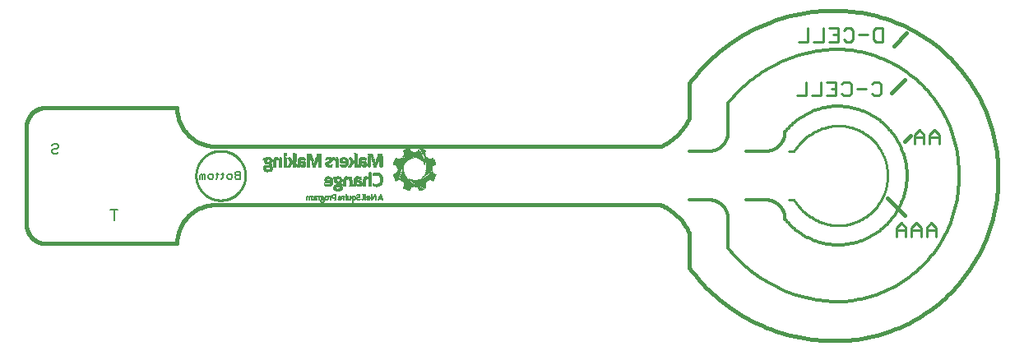
<source format=gbo>
G75*
%MOIN*%
%OFA0B0*%
%FSLAX25Y25*%
%IPPOS*%
%LPD*%
%AMOC8*
5,1,8,0,0,1.08239X$1,22.5*
%
%ADD10C,0.01600*%
%ADD11C,0.01200*%
%ADD12C,0.01000*%
%ADD13R,0.00770X0.00070*%
%ADD14R,0.00420X0.00070*%
%ADD15R,0.01190X0.00070*%
%ADD16R,0.00560X0.00070*%
%ADD17R,0.01470X0.00070*%
%ADD18R,0.01540X0.00070*%
%ADD19R,0.00560X0.00070*%
%ADD20R,0.01680X0.00070*%
%ADD21R,0.01680X0.00070*%
%ADD22R,0.00630X0.00070*%
%ADD23R,0.00490X0.00070*%
%ADD24R,0.00490X0.00070*%
%ADD25R,0.00630X0.00070*%
%ADD26R,0.00070X0.00070*%
%ADD27R,0.00070X0.00070*%
%ADD28R,0.00280X0.00070*%
%ADD29R,0.01750X0.00070*%
%ADD30R,0.00280X0.00070*%
%ADD31R,0.00070X0.00070*%
%ADD32R,0.00350X0.00070*%
%ADD33R,0.00490X0.00070*%
%ADD34R,0.00840X0.00070*%
%ADD35R,0.01050X0.00070*%
%ADD36R,0.00700X0.00070*%
%ADD37R,0.01610X0.00070*%
%ADD38R,0.01120X0.00070*%
%ADD39R,0.01260X0.00070*%
%ADD40R,0.00770X0.00070*%
%ADD41R,0.00840X0.00070*%
%ADD42R,0.00420X0.00070*%
%ADD43R,0.01540X0.00070*%
%ADD44R,0.00770X0.00070*%
%ADD45R,0.01260X0.00070*%
%ADD46R,0.01470X0.00070*%
%ADD47R,0.01470X0.00070*%
%ADD48R,0.00490X0.00070*%
%ADD49R,0.01610X0.00070*%
%ADD50R,0.01330X0.00070*%
%ADD51R,0.01470X0.00070*%
%ADD52R,0.01400X0.00070*%
%ADD53R,0.00840X0.00070*%
%ADD54R,0.00840X0.00070*%
%ADD55R,0.01540X0.00070*%
%ADD56R,0.01540X0.00070*%
%ADD57R,0.01400X0.00070*%
%ADD58R,0.01820X0.00070*%
%ADD59R,0.00910X0.00070*%
%ADD60R,0.00210X0.00070*%
%ADD61R,0.00140X0.00070*%
%ADD62R,0.00140X0.00070*%
%ADD63R,0.00910X0.00070*%
%ADD64R,0.00210X0.00070*%
%ADD65R,0.01890X0.00070*%
%ADD66R,0.00980X0.00070*%
%ADD67R,0.00070X0.00070*%
%ADD68R,0.01890X0.00070*%
%ADD69R,0.00980X0.00070*%
%ADD70R,0.01120X0.00070*%
%ADD71R,0.01190X0.00070*%
%ADD72R,0.01750X0.00070*%
%ADD73R,0.01120X0.00070*%
%ADD74R,0.00700X0.00070*%
%ADD75R,0.00770X0.00070*%
%ADD76R,0.01820X0.00070*%
%ADD77R,0.01890X0.00070*%
%ADD78R,0.02590X0.00070*%
%ADD79R,0.02590X0.00070*%
%ADD80R,0.02450X0.00070*%
%ADD81R,0.02590X0.00070*%
%ADD82R,0.02520X0.00070*%
%ADD83R,0.02520X0.00070*%
%ADD84R,0.01190X0.00070*%
%ADD85R,0.00420X0.00070*%
%ADD86R,0.00420X0.00070*%
%ADD87R,0.01330X0.00070*%
%ADD88R,0.00350X0.00070*%
%ADD89R,0.01050X0.00070*%
%ADD90R,0.02170X0.00070*%
%ADD91R,0.02800X0.00070*%
%ADD92R,0.02940X0.00070*%
%ADD93R,0.03150X0.00070*%
%ADD94R,0.03360X0.00070*%
%ADD95R,0.03500X0.00070*%
%ADD96R,0.03500X0.00070*%
%ADD97R,0.01820X0.00070*%
%ADD98R,0.03640X0.00070*%
%ADD99R,0.02030X0.00070*%
%ADD100R,0.03710X0.00070*%
%ADD101R,0.02100X0.00070*%
%ADD102R,0.03780X0.00070*%
%ADD103R,0.02380X0.00070*%
%ADD104R,0.01960X0.00070*%
%ADD105R,0.02520X0.00070*%
%ADD106R,0.02660X0.00070*%
%ADD107R,0.01190X0.00070*%
%ADD108R,0.02870X0.00070*%
%ADD109R,0.01120X0.00070*%
%ADD110R,0.03010X0.00070*%
%ADD111R,0.03220X0.00070*%
%ADD112R,0.03290X0.00070*%
%ADD113R,0.03290X0.00070*%
%ADD114R,0.03360X0.00070*%
%ADD115R,0.03430X0.00070*%
%ADD116R,0.03570X0.00070*%
%ADD117R,0.03640X0.00070*%
%ADD118R,0.03920X0.00070*%
%ADD119R,0.05810X0.00070*%
%ADD120R,0.03640X0.00070*%
%ADD121R,0.02240X0.00070*%
%ADD122R,0.05670X0.00070*%
%ADD123R,0.02030X0.00070*%
%ADD124R,0.02380X0.00070*%
%ADD125R,0.05460X0.00070*%
%ADD126R,0.03430X0.00070*%
%ADD127R,0.02100X0.00070*%
%ADD128R,0.05320X0.00070*%
%ADD129R,0.05180X0.00070*%
%ADD130R,0.03220X0.00070*%
%ADD131R,0.02730X0.00070*%
%ADD132R,0.05040X0.00070*%
%ADD133R,0.03290X0.00070*%
%ADD134R,0.04900X0.00070*%
%ADD135R,0.03080X0.00070*%
%ADD136R,0.02800X0.00070*%
%ADD137R,0.03080X0.00070*%
%ADD138R,0.04760X0.00070*%
%ADD139R,0.03220X0.00070*%
%ADD140R,0.02870X0.00070*%
%ADD141R,0.04690X0.00070*%
%ADD142R,0.04550X0.00070*%
%ADD143R,0.03780X0.00070*%
%ADD144R,0.03010X0.00070*%
%ADD145R,0.04410X0.00070*%
%ADD146R,0.03850X0.00070*%
%ADD147R,0.03150X0.00070*%
%ADD148R,0.04340X0.00070*%
%ADD149R,0.03570X0.00070*%
%ADD150R,0.03920X0.00070*%
%ADD151R,0.04200X0.00070*%
%ADD152R,0.03990X0.00070*%
%ADD153R,0.04130X0.00070*%
%ADD154R,0.03710X0.00070*%
%ADD155R,0.04060X0.00070*%
%ADD156R,0.03990X0.00070*%
%ADD157R,0.02170X0.00070*%
%ADD158R,0.04200X0.00070*%
%ADD159R,0.03920X0.00070*%
%ADD160R,0.01960X0.00070*%
%ADD161R,0.04410X0.00070*%
%ADD162R,0.04620X0.00070*%
%ADD163R,0.02310X0.00070*%
%ADD164R,0.02310X0.00070*%
%ADD165R,0.05110X0.00070*%
%ADD166R,0.05250X0.00070*%
%ADD167R,0.05530X0.00070*%
%ADD168R,0.03220X0.00070*%
%ADD169R,0.05740X0.00070*%
%ADD170R,0.05880X0.00070*%
%ADD171R,0.03570X0.00070*%
%ADD172R,0.06020X0.00070*%
%ADD173R,0.06160X0.00070*%
%ADD174R,0.06370X0.00070*%
%ADD175R,0.06510X0.00070*%
%ADD176R,0.02870X0.00070*%
%ADD177R,0.06790X0.00070*%
%ADD178R,0.03570X0.00070*%
%ADD179R,0.06860X0.00070*%
%ADD180R,0.02590X0.00070*%
%ADD181R,0.07140X0.00070*%
%ADD182R,0.07350X0.00070*%
%ADD183R,0.05320X0.00070*%
%ADD184R,0.06440X0.00070*%
%ADD185R,0.06230X0.00070*%
%ADD186R,0.05950X0.00070*%
%ADD187R,0.05600X0.00070*%
%ADD188R,0.05460X0.00070*%
%ADD189R,0.05110X0.00070*%
%ADD190R,0.01890X0.00070*%
%ADD191R,0.04970X0.00070*%
%ADD192R,0.04830X0.00070*%
%ADD193R,0.02940X0.00070*%
%ADD194R,0.04690X0.00070*%
%ADD195R,0.02870X0.00070*%
%ADD196R,0.02730X0.00070*%
%ADD197R,0.04480X0.00070*%
%ADD198R,0.04270X0.00070*%
%ADD199R,0.00140X0.00070*%
%ADD200R,0.02660X0.00070*%
%ADD201R,0.04130X0.00070*%
%ADD202R,0.02240X0.00070*%
%ADD203R,0.03640X0.00070*%
%ADD204R,0.02170X0.00070*%
%ADD205R,0.01820X0.00070*%
%ADD206R,0.02240X0.00070*%
%ADD207R,0.02240X0.00070*%
%ADD208R,0.02450X0.00070*%
%ADD209R,0.03290X0.00070*%
%ADD210R,0.03850X0.00070*%
%ADD211R,0.04270X0.00070*%
%ADD212R,0.00140X0.00070*%
%ADD213R,0.04480X0.00070*%
%ADD214R,0.04550X0.00070*%
%ADD215R,0.03920X0.00070*%
%ADD216R,0.04620X0.00070*%
%ADD217R,0.04690X0.00070*%
%ADD218R,0.04830X0.00070*%
%ADD219R,0.04900X0.00070*%
%ADD220R,0.05040X0.00070*%
%ADD221R,0.02940X0.00070*%
%ADD222R,0.02170X0.00070*%
%ADD223R,0.05180X0.00070*%
%ADD224R,0.05320X0.00070*%
%ADD225R,0.05320X0.00070*%
%ADD226R,0.05390X0.00070*%
%ADD227R,0.05390X0.00070*%
%ADD228R,0.05600X0.00070*%
%ADD229R,0.05670X0.00070*%
%ADD230R,0.05880X0.00070*%
%ADD231R,0.05950X0.00070*%
%ADD232R,0.02520X0.00070*%
%ADD233R,0.06230X0.00070*%
%ADD234R,0.02940X0.00070*%
%ADD235R,0.04620X0.00070*%
%ADD236R,0.04620X0.00070*%
%ADD237R,0.04760X0.00070*%
%ADD238R,0.07910X0.00070*%
%ADD239R,0.07840X0.00070*%
%ADD240R,0.07770X0.00070*%
%ADD241R,0.07700X0.00070*%
%ADD242R,0.07630X0.00070*%
%ADD243R,0.07630X0.00070*%
%ADD244R,0.07490X0.00070*%
%ADD245R,0.07490X0.00070*%
%ADD246R,0.07350X0.00070*%
%ADD247R,0.07280X0.00070*%
%ADD248R,0.07210X0.00070*%
%ADD249R,0.07210X0.00070*%
%ADD250R,0.07140X0.00070*%
%ADD251R,0.07070X0.00070*%
%ADD252R,0.07000X0.00070*%
%ADD253R,0.07000X0.00070*%
%ADD254R,0.06930X0.00070*%
%ADD255R,0.06930X0.00070*%
%ADD256R,0.06860X0.00070*%
%ADD257C,0.00500*%
%ADD258C,0.00800*%
D10*
X0023106Y0041189D02*
X0076256Y0041189D01*
X0076261Y0041570D01*
X0076274Y0041950D01*
X0076297Y0042330D01*
X0076330Y0042709D01*
X0076371Y0043087D01*
X0076421Y0043464D01*
X0076481Y0043840D01*
X0076549Y0044215D01*
X0076627Y0044587D01*
X0076714Y0044958D01*
X0076809Y0045326D01*
X0076914Y0045692D01*
X0077027Y0046055D01*
X0077149Y0046416D01*
X0077279Y0046773D01*
X0077419Y0047127D01*
X0077566Y0047478D01*
X0077723Y0047825D01*
X0077887Y0048168D01*
X0078060Y0048507D01*
X0078241Y0048842D01*
X0078430Y0049173D01*
X0078627Y0049498D01*
X0078831Y0049819D01*
X0079044Y0050135D01*
X0079264Y0050445D01*
X0079491Y0050751D01*
X0079726Y0051050D01*
X0079968Y0051344D01*
X0080216Y0051632D01*
X0080472Y0051914D01*
X0080735Y0052189D01*
X0081004Y0052458D01*
X0081279Y0052721D01*
X0081561Y0052977D01*
X0081849Y0053225D01*
X0082143Y0053467D01*
X0082442Y0053702D01*
X0082748Y0053929D01*
X0083058Y0054149D01*
X0083374Y0054362D01*
X0083695Y0054566D01*
X0084020Y0054763D01*
X0084351Y0054952D01*
X0084686Y0055133D01*
X0085025Y0055306D01*
X0085368Y0055470D01*
X0085715Y0055627D01*
X0086066Y0055774D01*
X0086420Y0055914D01*
X0086777Y0056044D01*
X0087138Y0056166D01*
X0087501Y0056279D01*
X0087867Y0056384D01*
X0088235Y0056479D01*
X0088606Y0056566D01*
X0088978Y0056644D01*
X0089353Y0056712D01*
X0089729Y0056772D01*
X0090106Y0056822D01*
X0090484Y0056863D01*
X0090863Y0056896D01*
X0091243Y0056919D01*
X0091623Y0056932D01*
X0092004Y0056937D01*
X0272122Y0056937D01*
X0283933Y0045126D02*
X0283933Y0031347D01*
X0283933Y0045126D02*
X0283728Y0045603D01*
X0283513Y0046076D01*
X0283286Y0046543D01*
X0283048Y0047004D01*
X0282799Y0047460D01*
X0282539Y0047910D01*
X0282269Y0048354D01*
X0281988Y0048791D01*
X0281697Y0049221D01*
X0281395Y0049644D01*
X0281084Y0050060D01*
X0280763Y0050468D01*
X0280432Y0050868D01*
X0280092Y0051261D01*
X0279743Y0051645D01*
X0279384Y0052021D01*
X0279017Y0052388D01*
X0278641Y0052747D01*
X0278257Y0053096D01*
X0277864Y0053436D01*
X0277464Y0053767D01*
X0277056Y0054088D01*
X0276640Y0054399D01*
X0276217Y0054701D01*
X0275787Y0054992D01*
X0275350Y0055273D01*
X0274906Y0055543D01*
X0274456Y0055803D01*
X0274000Y0056052D01*
X0273539Y0056290D01*
X0273072Y0056517D01*
X0272599Y0056732D01*
X0272122Y0056937D01*
X0272122Y0080559D02*
X0092004Y0080559D01*
X0091623Y0080564D01*
X0091243Y0080577D01*
X0090863Y0080600D01*
X0090484Y0080633D01*
X0090106Y0080674D01*
X0089729Y0080724D01*
X0089353Y0080784D01*
X0088978Y0080852D01*
X0088606Y0080930D01*
X0088235Y0081017D01*
X0087867Y0081112D01*
X0087501Y0081217D01*
X0087138Y0081330D01*
X0086777Y0081452D01*
X0086420Y0081582D01*
X0086066Y0081722D01*
X0085715Y0081869D01*
X0085368Y0082026D01*
X0085025Y0082190D01*
X0084686Y0082363D01*
X0084351Y0082544D01*
X0084020Y0082733D01*
X0083695Y0082930D01*
X0083374Y0083134D01*
X0083058Y0083347D01*
X0082748Y0083567D01*
X0082442Y0083794D01*
X0082143Y0084029D01*
X0081849Y0084271D01*
X0081561Y0084519D01*
X0081279Y0084775D01*
X0081004Y0085038D01*
X0080735Y0085307D01*
X0080472Y0085582D01*
X0080216Y0085864D01*
X0079968Y0086152D01*
X0079726Y0086446D01*
X0079491Y0086745D01*
X0079264Y0087051D01*
X0079044Y0087361D01*
X0078831Y0087677D01*
X0078627Y0087998D01*
X0078430Y0088323D01*
X0078241Y0088654D01*
X0078060Y0088989D01*
X0077887Y0089328D01*
X0077723Y0089671D01*
X0077566Y0090018D01*
X0077419Y0090369D01*
X0077279Y0090723D01*
X0077149Y0091080D01*
X0077027Y0091441D01*
X0076914Y0091804D01*
X0076809Y0092170D01*
X0076714Y0092538D01*
X0076627Y0092909D01*
X0076549Y0093281D01*
X0076481Y0093656D01*
X0076421Y0094032D01*
X0076371Y0094409D01*
X0076330Y0094787D01*
X0076297Y0095166D01*
X0076274Y0095546D01*
X0076261Y0095926D01*
X0076256Y0096307D01*
X0023106Y0096307D01*
X0022916Y0096305D01*
X0022726Y0096298D01*
X0022536Y0096286D01*
X0022346Y0096270D01*
X0022157Y0096250D01*
X0021968Y0096224D01*
X0021780Y0096195D01*
X0021593Y0096160D01*
X0021407Y0096121D01*
X0021222Y0096078D01*
X0021037Y0096030D01*
X0020854Y0095978D01*
X0020673Y0095922D01*
X0020493Y0095861D01*
X0020314Y0095795D01*
X0020137Y0095726D01*
X0019961Y0095652D01*
X0019788Y0095574D01*
X0019616Y0095491D01*
X0019447Y0095405D01*
X0019279Y0095315D01*
X0019114Y0095220D01*
X0018951Y0095122D01*
X0018791Y0095019D01*
X0018633Y0094913D01*
X0018478Y0094803D01*
X0018325Y0094690D01*
X0018175Y0094572D01*
X0018029Y0094451D01*
X0017885Y0094327D01*
X0017744Y0094199D01*
X0017606Y0094068D01*
X0017471Y0093933D01*
X0017340Y0093795D01*
X0017212Y0093654D01*
X0017088Y0093510D01*
X0016967Y0093364D01*
X0016849Y0093214D01*
X0016736Y0093061D01*
X0016626Y0092906D01*
X0016520Y0092748D01*
X0016417Y0092588D01*
X0016319Y0092425D01*
X0016224Y0092260D01*
X0016134Y0092092D01*
X0016048Y0091923D01*
X0015965Y0091751D01*
X0015887Y0091578D01*
X0015813Y0091402D01*
X0015744Y0091225D01*
X0015678Y0091046D01*
X0015617Y0090866D01*
X0015561Y0090685D01*
X0015509Y0090502D01*
X0015461Y0090317D01*
X0015418Y0090132D01*
X0015379Y0089946D01*
X0015344Y0089759D01*
X0015315Y0089571D01*
X0015289Y0089382D01*
X0015269Y0089193D01*
X0015253Y0089003D01*
X0015241Y0088813D01*
X0015234Y0088623D01*
X0015232Y0088433D01*
X0015232Y0049063D01*
X0015234Y0048873D01*
X0015241Y0048683D01*
X0015253Y0048493D01*
X0015269Y0048303D01*
X0015289Y0048114D01*
X0015315Y0047925D01*
X0015344Y0047737D01*
X0015379Y0047550D01*
X0015418Y0047364D01*
X0015461Y0047179D01*
X0015509Y0046994D01*
X0015561Y0046811D01*
X0015617Y0046630D01*
X0015678Y0046450D01*
X0015744Y0046271D01*
X0015813Y0046094D01*
X0015887Y0045918D01*
X0015965Y0045745D01*
X0016048Y0045573D01*
X0016134Y0045404D01*
X0016224Y0045236D01*
X0016319Y0045071D01*
X0016417Y0044908D01*
X0016520Y0044748D01*
X0016626Y0044590D01*
X0016736Y0044435D01*
X0016849Y0044282D01*
X0016967Y0044132D01*
X0017088Y0043986D01*
X0017212Y0043842D01*
X0017340Y0043701D01*
X0017471Y0043563D01*
X0017606Y0043428D01*
X0017744Y0043297D01*
X0017885Y0043169D01*
X0018029Y0043045D01*
X0018175Y0042924D01*
X0018325Y0042806D01*
X0018478Y0042693D01*
X0018633Y0042583D01*
X0018791Y0042477D01*
X0018951Y0042374D01*
X0019114Y0042276D01*
X0019279Y0042181D01*
X0019447Y0042091D01*
X0019616Y0042005D01*
X0019788Y0041922D01*
X0019961Y0041844D01*
X0020137Y0041770D01*
X0020314Y0041701D01*
X0020493Y0041635D01*
X0020673Y0041574D01*
X0020854Y0041518D01*
X0021037Y0041466D01*
X0021222Y0041418D01*
X0021407Y0041375D01*
X0021593Y0041336D01*
X0021780Y0041301D01*
X0021968Y0041272D01*
X0022157Y0041246D01*
X0022346Y0041226D01*
X0022536Y0041210D01*
X0022726Y0041198D01*
X0022916Y0041191D01*
X0023106Y0041189D01*
X0272122Y0080559D02*
X0272614Y0080770D01*
X0273101Y0080993D01*
X0273582Y0081228D01*
X0274058Y0081475D01*
X0274527Y0081733D01*
X0274990Y0082003D01*
X0275446Y0082284D01*
X0275895Y0082576D01*
X0276336Y0082879D01*
X0276771Y0083193D01*
X0277197Y0083517D01*
X0277615Y0083852D01*
X0278025Y0084197D01*
X0278426Y0084551D01*
X0278819Y0084916D01*
X0279202Y0085290D01*
X0279576Y0085673D01*
X0279941Y0086066D01*
X0280295Y0086467D01*
X0280640Y0086877D01*
X0280975Y0087295D01*
X0281299Y0087721D01*
X0281613Y0088156D01*
X0281916Y0088597D01*
X0282208Y0089046D01*
X0282489Y0089502D01*
X0282759Y0089965D01*
X0283017Y0090434D01*
X0283264Y0090910D01*
X0283499Y0091391D01*
X0283722Y0091878D01*
X0283933Y0092370D01*
X0283933Y0106150D01*
X0365862Y0102291D02*
X0371098Y0107528D01*
X0366728Y0121228D02*
X0371965Y0126465D01*
X0373579Y0084890D02*
X0371177Y0082488D01*
X0343973Y0001819D02*
X0342234Y0001800D01*
X0340496Y0001823D01*
X0338758Y0001887D01*
X0337023Y0001993D01*
X0335291Y0002141D01*
X0333562Y0002331D01*
X0331839Y0002561D01*
X0330122Y0002833D01*
X0328412Y0003146D01*
X0326709Y0003500D01*
X0325016Y0003895D01*
X0323333Y0004331D01*
X0321661Y0004806D01*
X0320000Y0005322D01*
X0318353Y0005877D01*
X0316719Y0006472D01*
X0315100Y0007105D01*
X0313496Y0007778D01*
X0311910Y0008488D01*
X0310340Y0009237D01*
X0308790Y0010023D01*
X0307258Y0010846D01*
X0305747Y0011705D01*
X0304256Y0012601D01*
X0302788Y0013532D01*
X0301342Y0014498D01*
X0299920Y0015498D01*
X0298523Y0016532D01*
X0297150Y0017600D01*
X0295804Y0018700D01*
X0294484Y0019832D01*
X0293192Y0020995D01*
X0291929Y0022189D01*
X0290694Y0023413D01*
X0289489Y0024667D01*
X0288314Y0025949D01*
X0287171Y0027258D01*
X0286059Y0028595D01*
X0284980Y0029958D01*
X0283933Y0031347D01*
X0364209Y0059614D02*
X0371177Y0052646D01*
X0343973Y0135677D02*
X0342234Y0135696D01*
X0340496Y0135673D01*
X0338758Y0135609D01*
X0337023Y0135503D01*
X0335291Y0135355D01*
X0333562Y0135165D01*
X0331839Y0134935D01*
X0330122Y0134663D01*
X0328412Y0134350D01*
X0326709Y0133996D01*
X0325016Y0133601D01*
X0323333Y0133165D01*
X0321661Y0132690D01*
X0320000Y0132174D01*
X0318353Y0131619D01*
X0316719Y0131024D01*
X0315100Y0130391D01*
X0313496Y0129718D01*
X0311910Y0129008D01*
X0310340Y0128259D01*
X0308790Y0127473D01*
X0307258Y0126650D01*
X0305747Y0125791D01*
X0304256Y0124895D01*
X0302788Y0123964D01*
X0301342Y0122998D01*
X0299920Y0121998D01*
X0298523Y0120964D01*
X0297150Y0119896D01*
X0295804Y0118796D01*
X0294484Y0117664D01*
X0293192Y0116501D01*
X0291929Y0115307D01*
X0290694Y0114083D01*
X0289489Y0112829D01*
X0288314Y0111547D01*
X0287171Y0110238D01*
X0286059Y0108901D01*
X0284980Y0107538D01*
X0283933Y0106149D01*
X0343972Y0135677D02*
X0345565Y0135634D01*
X0347157Y0135552D01*
X0348746Y0135432D01*
X0350332Y0135274D01*
X0351914Y0135077D01*
X0353490Y0134842D01*
X0355060Y0134570D01*
X0356624Y0134259D01*
X0358179Y0133911D01*
X0359725Y0133525D01*
X0361262Y0133102D01*
X0362788Y0132642D01*
X0364302Y0132145D01*
X0365804Y0131612D01*
X0367293Y0131042D01*
X0368767Y0130437D01*
X0370226Y0129796D01*
X0371670Y0129121D01*
X0373096Y0128410D01*
X0374506Y0127666D01*
X0375896Y0126887D01*
X0377268Y0126075D01*
X0378619Y0125231D01*
X0379950Y0124353D01*
X0381259Y0123444D01*
X0382546Y0122504D01*
X0383809Y0121533D01*
X0385049Y0120531D01*
X0386264Y0119500D01*
X0387454Y0118440D01*
X0388618Y0117351D01*
X0389755Y0116234D01*
X0390865Y0115091D01*
X0391947Y0113921D01*
X0393001Y0112725D01*
X0394025Y0111504D01*
X0395020Y0110258D01*
X0395984Y0108989D01*
X0396917Y0107697D01*
X0397819Y0106383D01*
X0398688Y0105047D01*
X0399525Y0103691D01*
X0400329Y0102315D01*
X0401100Y0100920D01*
X0401836Y0099507D01*
X0402539Y0098076D01*
X0403206Y0096629D01*
X0403839Y0095166D01*
X0404435Y0093688D01*
X0404996Y0092196D01*
X0405521Y0090691D01*
X0406009Y0089174D01*
X0406461Y0087645D01*
X0406875Y0086106D01*
X0407252Y0084558D01*
X0407591Y0083001D01*
X0407893Y0081436D01*
X0408157Y0079864D01*
X0408383Y0078286D01*
X0408570Y0076704D01*
X0408720Y0075117D01*
X0408831Y0073527D01*
X0408903Y0071935D01*
X0408937Y0070342D01*
X0408933Y0068748D01*
X0408937Y0067154D01*
X0408903Y0065561D01*
X0408831Y0063969D01*
X0408720Y0062379D01*
X0408570Y0060792D01*
X0408383Y0059210D01*
X0408157Y0057632D01*
X0407893Y0056060D01*
X0407591Y0054495D01*
X0407252Y0052938D01*
X0406875Y0051390D01*
X0406461Y0049851D01*
X0406009Y0048322D01*
X0405521Y0046805D01*
X0404996Y0045300D01*
X0404435Y0043808D01*
X0403839Y0042330D01*
X0403206Y0040867D01*
X0402539Y0039420D01*
X0401836Y0037989D01*
X0401100Y0036576D01*
X0400329Y0035181D01*
X0399525Y0033805D01*
X0398688Y0032449D01*
X0397819Y0031113D01*
X0396917Y0029799D01*
X0395984Y0028507D01*
X0395020Y0027238D01*
X0394025Y0025992D01*
X0393001Y0024771D01*
X0391947Y0023575D01*
X0390865Y0022405D01*
X0389755Y0021262D01*
X0388618Y0020145D01*
X0387454Y0019056D01*
X0386264Y0017996D01*
X0385049Y0016965D01*
X0383809Y0015963D01*
X0382546Y0014992D01*
X0381259Y0014052D01*
X0379950Y0013143D01*
X0378619Y0012265D01*
X0377268Y0011421D01*
X0375896Y0010609D01*
X0374506Y0009830D01*
X0373096Y0009086D01*
X0371670Y0008375D01*
X0370226Y0007700D01*
X0368767Y0007059D01*
X0367293Y0006454D01*
X0365804Y0005884D01*
X0364302Y0005351D01*
X0362788Y0004854D01*
X0361262Y0004394D01*
X0359725Y0003971D01*
X0358179Y0003585D01*
X0356624Y0003237D01*
X0355060Y0002926D01*
X0353490Y0002654D01*
X0351914Y0002419D01*
X0350332Y0002222D01*
X0348746Y0002064D01*
X0347157Y0001944D01*
X0345565Y0001862D01*
X0343972Y0001819D01*
D11*
X0299681Y0039221D02*
X0299681Y0051032D01*
X0299679Y0051222D01*
X0299672Y0051412D01*
X0299660Y0051602D01*
X0299644Y0051792D01*
X0299624Y0051981D01*
X0299598Y0052170D01*
X0299569Y0052358D01*
X0299534Y0052545D01*
X0299495Y0052731D01*
X0299452Y0052916D01*
X0299404Y0053101D01*
X0299352Y0053284D01*
X0299296Y0053465D01*
X0299235Y0053645D01*
X0299169Y0053824D01*
X0299100Y0054001D01*
X0299026Y0054177D01*
X0298948Y0054350D01*
X0298865Y0054522D01*
X0298779Y0054691D01*
X0298689Y0054859D01*
X0298594Y0055024D01*
X0298496Y0055187D01*
X0298393Y0055347D01*
X0298287Y0055505D01*
X0298177Y0055660D01*
X0298064Y0055813D01*
X0297946Y0055963D01*
X0297825Y0056109D01*
X0297701Y0056253D01*
X0297573Y0056394D01*
X0297442Y0056532D01*
X0297307Y0056667D01*
X0297169Y0056798D01*
X0297028Y0056926D01*
X0296884Y0057050D01*
X0296738Y0057171D01*
X0296588Y0057289D01*
X0296435Y0057402D01*
X0296280Y0057512D01*
X0296122Y0057618D01*
X0295962Y0057721D01*
X0295799Y0057819D01*
X0295634Y0057914D01*
X0295466Y0058004D01*
X0295297Y0058090D01*
X0295125Y0058173D01*
X0294952Y0058251D01*
X0294776Y0058325D01*
X0294599Y0058394D01*
X0294420Y0058460D01*
X0294240Y0058521D01*
X0294059Y0058577D01*
X0293876Y0058629D01*
X0293691Y0058677D01*
X0293506Y0058720D01*
X0293320Y0058759D01*
X0293133Y0058794D01*
X0292945Y0058823D01*
X0292756Y0058849D01*
X0292567Y0058869D01*
X0292377Y0058885D01*
X0292187Y0058897D01*
X0291997Y0058904D01*
X0291807Y0058906D01*
X0283933Y0058906D01*
X0306965Y0058906D02*
X0314839Y0058906D01*
X0315029Y0058904D01*
X0315219Y0058897D01*
X0315409Y0058885D01*
X0315599Y0058869D01*
X0315788Y0058849D01*
X0315977Y0058823D01*
X0316165Y0058794D01*
X0316352Y0058759D01*
X0316538Y0058720D01*
X0316723Y0058677D01*
X0316908Y0058629D01*
X0317091Y0058577D01*
X0317272Y0058521D01*
X0317452Y0058460D01*
X0317631Y0058394D01*
X0317808Y0058325D01*
X0317984Y0058251D01*
X0318157Y0058173D01*
X0318329Y0058090D01*
X0318498Y0058004D01*
X0318666Y0057914D01*
X0318831Y0057819D01*
X0318994Y0057721D01*
X0319154Y0057618D01*
X0319312Y0057512D01*
X0319467Y0057402D01*
X0319620Y0057289D01*
X0319770Y0057171D01*
X0319916Y0057050D01*
X0320060Y0056926D01*
X0320201Y0056798D01*
X0320339Y0056667D01*
X0320474Y0056532D01*
X0320605Y0056394D01*
X0320733Y0056253D01*
X0320857Y0056109D01*
X0320978Y0055963D01*
X0321096Y0055813D01*
X0321209Y0055660D01*
X0321319Y0055505D01*
X0321425Y0055347D01*
X0321528Y0055187D01*
X0321626Y0055024D01*
X0321721Y0054859D01*
X0321811Y0054691D01*
X0321897Y0054522D01*
X0321980Y0054350D01*
X0322058Y0054177D01*
X0322132Y0054001D01*
X0322201Y0053824D01*
X0322267Y0053645D01*
X0322328Y0053465D01*
X0322384Y0053284D01*
X0322436Y0053101D01*
X0322484Y0052916D01*
X0322527Y0052731D01*
X0322566Y0052545D01*
X0322601Y0052358D01*
X0322630Y0052170D01*
X0322656Y0051981D01*
X0322676Y0051792D01*
X0322692Y0051602D01*
X0322704Y0051412D01*
X0322711Y0051222D01*
X0322713Y0051032D01*
X0299681Y0098276D02*
X0300583Y0099364D01*
X0301512Y0100431D01*
X0302465Y0101475D01*
X0303444Y0102495D01*
X0304447Y0103491D01*
X0305474Y0104463D01*
X0306525Y0105410D01*
X0307597Y0106331D01*
X0308692Y0107225D01*
X0309809Y0108093D01*
X0310946Y0108933D01*
X0312103Y0109746D01*
X0313279Y0110530D01*
X0314474Y0111286D01*
X0315687Y0112012D01*
X0316917Y0112709D01*
X0318164Y0113376D01*
X0319427Y0114012D01*
X0320704Y0114618D01*
X0321996Y0115192D01*
X0323302Y0115735D01*
X0324620Y0116246D01*
X0325950Y0116725D01*
X0327292Y0117172D01*
X0328644Y0117586D01*
X0330005Y0117967D01*
X0331376Y0118315D01*
X0332754Y0118629D01*
X0334140Y0118910D01*
X0335532Y0119158D01*
X0336929Y0119372D01*
X0338332Y0119551D01*
X0339738Y0119697D01*
X0341148Y0119809D01*
X0342559Y0119886D01*
X0343973Y0119929D01*
X0299681Y0098276D02*
X0299681Y0086465D01*
X0299679Y0086275D01*
X0299672Y0086085D01*
X0299660Y0085895D01*
X0299644Y0085705D01*
X0299624Y0085516D01*
X0299598Y0085327D01*
X0299569Y0085139D01*
X0299534Y0084952D01*
X0299495Y0084766D01*
X0299452Y0084581D01*
X0299404Y0084396D01*
X0299352Y0084213D01*
X0299296Y0084032D01*
X0299235Y0083852D01*
X0299169Y0083673D01*
X0299100Y0083496D01*
X0299026Y0083320D01*
X0298948Y0083147D01*
X0298865Y0082975D01*
X0298779Y0082806D01*
X0298689Y0082638D01*
X0298594Y0082473D01*
X0298496Y0082310D01*
X0298393Y0082150D01*
X0298287Y0081992D01*
X0298177Y0081837D01*
X0298064Y0081684D01*
X0297946Y0081534D01*
X0297825Y0081388D01*
X0297701Y0081244D01*
X0297573Y0081103D01*
X0297442Y0080965D01*
X0297307Y0080830D01*
X0297169Y0080699D01*
X0297028Y0080571D01*
X0296884Y0080447D01*
X0296738Y0080326D01*
X0296588Y0080208D01*
X0296435Y0080095D01*
X0296280Y0079985D01*
X0296122Y0079879D01*
X0295962Y0079776D01*
X0295799Y0079678D01*
X0295634Y0079583D01*
X0295466Y0079493D01*
X0295297Y0079407D01*
X0295125Y0079324D01*
X0294952Y0079246D01*
X0294776Y0079172D01*
X0294599Y0079103D01*
X0294420Y0079037D01*
X0294240Y0078976D01*
X0294059Y0078920D01*
X0293876Y0078868D01*
X0293691Y0078820D01*
X0293506Y0078777D01*
X0293320Y0078738D01*
X0293133Y0078703D01*
X0292945Y0078674D01*
X0292756Y0078648D01*
X0292567Y0078628D01*
X0292377Y0078612D01*
X0292187Y0078600D01*
X0291997Y0078593D01*
X0291807Y0078591D01*
X0283933Y0078591D01*
X0306965Y0078591D02*
X0314839Y0078591D01*
X0315029Y0078593D01*
X0315219Y0078600D01*
X0315409Y0078612D01*
X0315599Y0078628D01*
X0315788Y0078648D01*
X0315977Y0078674D01*
X0316165Y0078703D01*
X0316352Y0078738D01*
X0316538Y0078777D01*
X0316723Y0078820D01*
X0316908Y0078868D01*
X0317091Y0078920D01*
X0317272Y0078976D01*
X0317452Y0079037D01*
X0317631Y0079103D01*
X0317808Y0079172D01*
X0317984Y0079246D01*
X0318157Y0079324D01*
X0318329Y0079407D01*
X0318498Y0079493D01*
X0318666Y0079583D01*
X0318831Y0079678D01*
X0318994Y0079776D01*
X0319154Y0079879D01*
X0319312Y0079985D01*
X0319467Y0080095D01*
X0319620Y0080208D01*
X0319770Y0080326D01*
X0319916Y0080447D01*
X0320060Y0080571D01*
X0320201Y0080699D01*
X0320339Y0080830D01*
X0320474Y0080965D01*
X0320605Y0081103D01*
X0320733Y0081244D01*
X0320857Y0081388D01*
X0320978Y0081534D01*
X0321096Y0081684D01*
X0321209Y0081837D01*
X0321319Y0081992D01*
X0321425Y0082150D01*
X0321528Y0082310D01*
X0321626Y0082473D01*
X0321721Y0082638D01*
X0321811Y0082806D01*
X0321897Y0082975D01*
X0321980Y0083147D01*
X0322058Y0083320D01*
X0322132Y0083496D01*
X0322201Y0083673D01*
X0322267Y0083852D01*
X0322328Y0084032D01*
X0322384Y0084213D01*
X0322436Y0084396D01*
X0322484Y0084581D01*
X0322527Y0084766D01*
X0322566Y0084952D01*
X0322601Y0085139D01*
X0322630Y0085327D01*
X0322656Y0085516D01*
X0322676Y0085705D01*
X0322692Y0085895D01*
X0322704Y0086085D01*
X0322711Y0086275D01*
X0322713Y0086465D01*
X0299681Y0039220D02*
X0300583Y0038132D01*
X0301512Y0037065D01*
X0302465Y0036021D01*
X0303444Y0035001D01*
X0304447Y0034005D01*
X0305474Y0033033D01*
X0306525Y0032086D01*
X0307597Y0031165D01*
X0308692Y0030271D01*
X0309809Y0029403D01*
X0310946Y0028563D01*
X0312103Y0027750D01*
X0313279Y0026966D01*
X0314474Y0026210D01*
X0315687Y0025484D01*
X0316917Y0024787D01*
X0318164Y0024120D01*
X0319427Y0023484D01*
X0320704Y0022878D01*
X0321996Y0022304D01*
X0323302Y0021761D01*
X0324620Y0021250D01*
X0325950Y0020771D01*
X0327292Y0020324D01*
X0328644Y0019910D01*
X0330005Y0019529D01*
X0331376Y0019181D01*
X0332754Y0018867D01*
X0334140Y0018586D01*
X0335532Y0018338D01*
X0336929Y0018124D01*
X0338332Y0017945D01*
X0339738Y0017799D01*
X0341148Y0017687D01*
X0342559Y0017610D01*
X0343973Y0017567D01*
X0343972Y0017568D02*
X0345185Y0017606D01*
X0346396Y0017674D01*
X0347606Y0017771D01*
X0348812Y0017897D01*
X0350016Y0018052D01*
X0351215Y0018237D01*
X0352409Y0018450D01*
X0353598Y0018692D01*
X0354781Y0018963D01*
X0355956Y0019262D01*
X0357125Y0019589D01*
X0358285Y0019945D01*
X0359436Y0020329D01*
X0360577Y0020740D01*
X0361708Y0021179D01*
X0362828Y0021645D01*
X0363937Y0022137D01*
X0365033Y0022657D01*
X0366117Y0023203D01*
X0367187Y0023775D01*
X0368243Y0024372D01*
X0369284Y0024995D01*
X0370310Y0025643D01*
X0371320Y0026316D01*
X0372313Y0027012D01*
X0373289Y0027733D01*
X0374247Y0028477D01*
X0375188Y0029244D01*
X0376109Y0030033D01*
X0377011Y0030844D01*
X0377893Y0031677D01*
X0378755Y0032531D01*
X0379596Y0033406D01*
X0380415Y0034300D01*
X0381213Y0035214D01*
X0381989Y0036148D01*
X0382741Y0037099D01*
X0383470Y0038069D01*
X0384176Y0039056D01*
X0384858Y0040059D01*
X0385515Y0041079D01*
X0386148Y0042114D01*
X0386755Y0043165D01*
X0387336Y0044230D01*
X0387892Y0045308D01*
X0388422Y0046400D01*
X0388925Y0047504D01*
X0389401Y0048620D01*
X0389850Y0049747D01*
X0390271Y0050884D01*
X0390665Y0052032D01*
X0391032Y0053189D01*
X0391370Y0054354D01*
X0391680Y0055527D01*
X0391961Y0056707D01*
X0392214Y0057893D01*
X0392438Y0059086D01*
X0392634Y0060283D01*
X0392800Y0061485D01*
X0392937Y0062691D01*
X0393045Y0063899D01*
X0393124Y0065110D01*
X0393173Y0066322D01*
X0393193Y0067535D01*
X0393184Y0068748D01*
X0343972Y0040599D02*
X0343293Y0040620D01*
X0342615Y0040658D01*
X0341938Y0040713D01*
X0341263Y0040784D01*
X0340589Y0040871D01*
X0339918Y0040975D01*
X0339250Y0041095D01*
X0338584Y0041231D01*
X0337922Y0041383D01*
X0337264Y0041551D01*
X0336610Y0041735D01*
X0335961Y0041935D01*
X0335317Y0042151D01*
X0334679Y0042382D01*
X0334046Y0042628D01*
X0333419Y0042890D01*
X0332799Y0043167D01*
X0332186Y0043458D01*
X0331580Y0043765D01*
X0330981Y0044086D01*
X0330391Y0044422D01*
X0329809Y0044772D01*
X0329235Y0045135D01*
X0328671Y0045513D01*
X0328115Y0045904D01*
X0327570Y0046309D01*
X0327034Y0046726D01*
X0326509Y0047157D01*
X0325994Y0047600D01*
X0325490Y0048055D01*
X0324998Y0048523D01*
X0324517Y0049002D01*
X0324047Y0049493D01*
X0323590Y0049995D01*
X0323145Y0050508D01*
X0322712Y0051032D01*
X0343972Y0119928D02*
X0345185Y0119890D01*
X0346396Y0119822D01*
X0347606Y0119725D01*
X0348812Y0119599D01*
X0350016Y0119444D01*
X0351215Y0119259D01*
X0352409Y0119046D01*
X0353598Y0118804D01*
X0354781Y0118533D01*
X0355956Y0118234D01*
X0357125Y0117907D01*
X0358285Y0117551D01*
X0359436Y0117167D01*
X0360577Y0116756D01*
X0361708Y0116317D01*
X0362828Y0115851D01*
X0363937Y0115359D01*
X0365033Y0114839D01*
X0366117Y0114293D01*
X0367187Y0113721D01*
X0368243Y0113124D01*
X0369284Y0112501D01*
X0370310Y0111853D01*
X0371320Y0111180D01*
X0372313Y0110484D01*
X0373289Y0109763D01*
X0374247Y0109019D01*
X0375188Y0108252D01*
X0376109Y0107463D01*
X0377011Y0106652D01*
X0377893Y0105819D01*
X0378755Y0104965D01*
X0379596Y0104090D01*
X0380415Y0103196D01*
X0381213Y0102282D01*
X0381989Y0101348D01*
X0382741Y0100397D01*
X0383470Y0099427D01*
X0384176Y0098440D01*
X0384858Y0097437D01*
X0385515Y0096417D01*
X0386148Y0095382D01*
X0386755Y0094331D01*
X0387336Y0093266D01*
X0387892Y0092188D01*
X0388422Y0091096D01*
X0388925Y0089992D01*
X0389401Y0088876D01*
X0389850Y0087749D01*
X0390271Y0086612D01*
X0390665Y0085464D01*
X0391032Y0084307D01*
X0391370Y0083142D01*
X0391680Y0081969D01*
X0391961Y0080789D01*
X0392214Y0079603D01*
X0392438Y0078410D01*
X0392634Y0077213D01*
X0392800Y0076011D01*
X0392937Y0074805D01*
X0393045Y0073597D01*
X0393124Y0072386D01*
X0393173Y0071174D01*
X0393193Y0069961D01*
X0393184Y0068748D01*
X0343972Y0096897D02*
X0343293Y0096876D01*
X0342615Y0096838D01*
X0341938Y0096783D01*
X0341263Y0096712D01*
X0340589Y0096625D01*
X0339918Y0096521D01*
X0339250Y0096401D01*
X0338584Y0096265D01*
X0337922Y0096113D01*
X0337264Y0095945D01*
X0336610Y0095761D01*
X0335961Y0095561D01*
X0335317Y0095345D01*
X0334679Y0095114D01*
X0334046Y0094868D01*
X0333419Y0094606D01*
X0332799Y0094329D01*
X0332186Y0094038D01*
X0331580Y0093731D01*
X0330981Y0093410D01*
X0330391Y0093074D01*
X0329809Y0092724D01*
X0329235Y0092361D01*
X0328671Y0091983D01*
X0328115Y0091592D01*
X0327570Y0091187D01*
X0327034Y0090770D01*
X0326509Y0090339D01*
X0325994Y0089896D01*
X0325490Y0089441D01*
X0324998Y0088973D01*
X0324517Y0088494D01*
X0324047Y0088003D01*
X0323590Y0087501D01*
X0323145Y0086988D01*
X0322712Y0086464D01*
X0343972Y0040598D02*
X0344652Y0040606D01*
X0345332Y0040631D01*
X0346011Y0040672D01*
X0346689Y0040729D01*
X0347365Y0040803D01*
X0348039Y0040893D01*
X0348711Y0041000D01*
X0349380Y0041122D01*
X0350046Y0041261D01*
X0350709Y0041416D01*
X0351367Y0041587D01*
X0352021Y0041773D01*
X0352671Y0041976D01*
X0353315Y0042194D01*
X0353954Y0042427D01*
X0354587Y0042676D01*
X0355214Y0042940D01*
X0355834Y0043219D01*
X0356448Y0043514D01*
X0357054Y0043822D01*
X0357652Y0044146D01*
X0358243Y0044484D01*
X0358825Y0044835D01*
X0359399Y0045201D01*
X0359963Y0045581D01*
X0360518Y0045974D01*
X0361064Y0046381D01*
X0361599Y0046800D01*
X0362124Y0047233D01*
X0362639Y0047677D01*
X0363143Y0048135D01*
X0363635Y0048604D01*
X0364116Y0049085D01*
X0364585Y0049577D01*
X0365043Y0050081D01*
X0365487Y0050596D01*
X0365920Y0051121D01*
X0366339Y0051656D01*
X0366746Y0052202D01*
X0367139Y0052757D01*
X0367519Y0053321D01*
X0367885Y0053895D01*
X0368236Y0054477D01*
X0368574Y0055068D01*
X0368898Y0055666D01*
X0369206Y0056272D01*
X0369501Y0056886D01*
X0369780Y0057506D01*
X0370044Y0058133D01*
X0370293Y0058766D01*
X0370526Y0059405D01*
X0370744Y0060049D01*
X0370947Y0060699D01*
X0371133Y0061353D01*
X0371304Y0062011D01*
X0371459Y0062674D01*
X0371598Y0063340D01*
X0371720Y0064009D01*
X0371827Y0064681D01*
X0371917Y0065355D01*
X0371991Y0066031D01*
X0372048Y0066709D01*
X0372089Y0067388D01*
X0372114Y0068068D01*
X0372122Y0068748D01*
X0372114Y0069428D01*
X0372089Y0070108D01*
X0372048Y0070787D01*
X0371991Y0071465D01*
X0371917Y0072141D01*
X0371827Y0072815D01*
X0371720Y0073487D01*
X0371598Y0074156D01*
X0371459Y0074822D01*
X0371304Y0075485D01*
X0371133Y0076143D01*
X0370947Y0076797D01*
X0370744Y0077447D01*
X0370526Y0078091D01*
X0370293Y0078730D01*
X0370044Y0079363D01*
X0369780Y0079990D01*
X0369501Y0080610D01*
X0369206Y0081224D01*
X0368898Y0081830D01*
X0368574Y0082428D01*
X0368236Y0083019D01*
X0367885Y0083601D01*
X0367519Y0084175D01*
X0367139Y0084739D01*
X0366746Y0085294D01*
X0366339Y0085840D01*
X0365920Y0086375D01*
X0365487Y0086900D01*
X0365043Y0087415D01*
X0364585Y0087919D01*
X0364116Y0088411D01*
X0363635Y0088892D01*
X0363143Y0089361D01*
X0362639Y0089819D01*
X0362124Y0090263D01*
X0361599Y0090696D01*
X0361064Y0091115D01*
X0360518Y0091522D01*
X0359963Y0091915D01*
X0359399Y0092295D01*
X0358825Y0092661D01*
X0358243Y0093012D01*
X0357652Y0093350D01*
X0357054Y0093674D01*
X0356448Y0093982D01*
X0355834Y0094277D01*
X0355214Y0094556D01*
X0354587Y0094820D01*
X0353954Y0095069D01*
X0353315Y0095302D01*
X0352671Y0095520D01*
X0352021Y0095723D01*
X0351367Y0095909D01*
X0350709Y0096080D01*
X0350046Y0096235D01*
X0349380Y0096374D01*
X0348711Y0096496D01*
X0348039Y0096603D01*
X0347365Y0096693D01*
X0346689Y0096767D01*
X0346011Y0096824D01*
X0345332Y0096865D01*
X0344652Y0096890D01*
X0343972Y0096898D01*
D12*
X0343338Y0101168D02*
X0339602Y0101168D01*
X0337261Y0101168D02*
X0333525Y0101168D01*
X0331184Y0101168D02*
X0327447Y0101168D01*
X0331184Y0101168D02*
X0331184Y0106773D01*
X0337261Y0106773D02*
X0337261Y0101168D01*
X0343338Y0101168D02*
X0343338Y0106773D01*
X0339602Y0106773D01*
X0341470Y0103971D02*
X0343338Y0103971D01*
X0345679Y0105839D02*
X0346613Y0106773D01*
X0348481Y0106773D01*
X0349415Y0105839D01*
X0349415Y0102102D01*
X0348481Y0101168D01*
X0346613Y0101168D01*
X0345679Y0102102D01*
X0351756Y0103971D02*
X0355493Y0103971D01*
X0357833Y0105839D02*
X0358767Y0106773D01*
X0360636Y0106773D01*
X0361570Y0105839D01*
X0361570Y0102102D01*
X0360636Y0101168D01*
X0358767Y0101168D01*
X0357833Y0102102D01*
X0375299Y0085259D02*
X0377168Y0087127D01*
X0379036Y0085259D01*
X0379036Y0081523D01*
X0381377Y0081523D02*
X0381377Y0085259D01*
X0383245Y0087127D01*
X0385113Y0085259D01*
X0385113Y0081523D01*
X0385113Y0084325D02*
X0381377Y0084325D01*
X0379036Y0084325D02*
X0375299Y0084325D01*
X0375299Y0085259D02*
X0375299Y0081523D01*
X0343972Y0048473D02*
X0343439Y0048508D01*
X0342907Y0048555D01*
X0342376Y0048615D01*
X0341847Y0048687D01*
X0341319Y0048772D01*
X0340794Y0048870D01*
X0340272Y0048981D01*
X0339752Y0049104D01*
X0339235Y0049239D01*
X0338721Y0049387D01*
X0338212Y0049547D01*
X0337706Y0049719D01*
X0337204Y0049903D01*
X0336708Y0050100D01*
X0336215Y0050308D01*
X0335729Y0050528D01*
X0335247Y0050759D01*
X0334771Y0051002D01*
X0334301Y0051257D01*
X0333838Y0051522D01*
X0333381Y0051799D01*
X0332931Y0052086D01*
X0332487Y0052385D01*
X0332051Y0052693D01*
X0331623Y0053012D01*
X0331202Y0053342D01*
X0330789Y0053681D01*
X0330385Y0054030D01*
X0329989Y0054389D01*
X0329602Y0054757D01*
X0329224Y0055134D01*
X0328855Y0055521D01*
X0328495Y0055916D01*
X0328145Y0056319D01*
X0327804Y0056731D01*
X0327474Y0057151D01*
X0327154Y0057579D01*
X0326844Y0058014D01*
X0326545Y0058457D01*
X0326256Y0058906D01*
X0324287Y0058906D01*
X0326256Y0078591D02*
X0326545Y0079040D01*
X0326844Y0079483D01*
X0327154Y0079918D01*
X0327474Y0080346D01*
X0327804Y0080766D01*
X0328145Y0081178D01*
X0328495Y0081581D01*
X0328855Y0081976D01*
X0329224Y0082363D01*
X0329602Y0082740D01*
X0329989Y0083108D01*
X0330385Y0083467D01*
X0330789Y0083816D01*
X0331202Y0084155D01*
X0331623Y0084485D01*
X0332051Y0084804D01*
X0332487Y0085112D01*
X0332931Y0085411D01*
X0333381Y0085698D01*
X0333838Y0085975D01*
X0334301Y0086240D01*
X0334771Y0086495D01*
X0335247Y0086738D01*
X0335729Y0086969D01*
X0336215Y0087189D01*
X0336708Y0087397D01*
X0337204Y0087594D01*
X0337706Y0087778D01*
X0338212Y0087950D01*
X0338721Y0088110D01*
X0339235Y0088258D01*
X0339752Y0088393D01*
X0340272Y0088516D01*
X0340794Y0088627D01*
X0341319Y0088725D01*
X0341847Y0088810D01*
X0342376Y0088882D01*
X0342907Y0088942D01*
X0343439Y0088989D01*
X0343972Y0089024D01*
X0326256Y0078591D02*
X0324287Y0078591D01*
X0343972Y0048472D02*
X0344462Y0048478D01*
X0344952Y0048496D01*
X0345441Y0048525D01*
X0345929Y0048567D01*
X0346416Y0048620D01*
X0346902Y0048685D01*
X0347386Y0048761D01*
X0347868Y0048850D01*
X0348347Y0048950D01*
X0348824Y0049061D01*
X0349299Y0049184D01*
X0349770Y0049319D01*
X0350238Y0049464D01*
X0350702Y0049621D01*
X0351162Y0049790D01*
X0351618Y0049969D01*
X0352070Y0050159D01*
X0352516Y0050360D01*
X0352958Y0050572D01*
X0353395Y0050794D01*
X0353826Y0051027D01*
X0354251Y0051271D01*
X0354670Y0051524D01*
X0355084Y0051788D01*
X0355490Y0052061D01*
X0355890Y0052344D01*
X0356283Y0052637D01*
X0356669Y0052939D01*
X0357047Y0053251D01*
X0357417Y0053571D01*
X0357780Y0053901D01*
X0358135Y0054239D01*
X0358481Y0054585D01*
X0358819Y0054940D01*
X0359149Y0055303D01*
X0359469Y0055673D01*
X0359781Y0056051D01*
X0360083Y0056437D01*
X0360376Y0056830D01*
X0360659Y0057230D01*
X0360932Y0057636D01*
X0361196Y0058050D01*
X0361449Y0058469D01*
X0361693Y0058894D01*
X0361926Y0059325D01*
X0362148Y0059762D01*
X0362360Y0060204D01*
X0362561Y0060650D01*
X0362751Y0061102D01*
X0362930Y0061558D01*
X0363099Y0062018D01*
X0363256Y0062482D01*
X0363401Y0062950D01*
X0363536Y0063421D01*
X0363659Y0063896D01*
X0363770Y0064373D01*
X0363870Y0064852D01*
X0363959Y0065334D01*
X0364035Y0065818D01*
X0364100Y0066304D01*
X0364153Y0066791D01*
X0364195Y0067279D01*
X0364224Y0067768D01*
X0364242Y0068258D01*
X0364248Y0068748D01*
X0364242Y0069238D01*
X0364224Y0069728D01*
X0364195Y0070217D01*
X0364153Y0070705D01*
X0364100Y0071192D01*
X0364035Y0071678D01*
X0363959Y0072162D01*
X0363870Y0072644D01*
X0363770Y0073123D01*
X0363659Y0073600D01*
X0363536Y0074075D01*
X0363401Y0074546D01*
X0363256Y0075014D01*
X0363099Y0075478D01*
X0362930Y0075938D01*
X0362751Y0076394D01*
X0362561Y0076846D01*
X0362360Y0077292D01*
X0362148Y0077734D01*
X0361926Y0078171D01*
X0361693Y0078602D01*
X0361449Y0079027D01*
X0361196Y0079446D01*
X0360932Y0079860D01*
X0360659Y0080266D01*
X0360376Y0080666D01*
X0360083Y0081059D01*
X0359781Y0081445D01*
X0359469Y0081823D01*
X0359149Y0082193D01*
X0358819Y0082556D01*
X0358481Y0082911D01*
X0358135Y0083257D01*
X0357780Y0083595D01*
X0357417Y0083925D01*
X0357047Y0084245D01*
X0356669Y0084557D01*
X0356283Y0084859D01*
X0355890Y0085152D01*
X0355490Y0085435D01*
X0355084Y0085708D01*
X0354670Y0085972D01*
X0354251Y0086225D01*
X0353826Y0086469D01*
X0353395Y0086702D01*
X0352958Y0086924D01*
X0352516Y0087136D01*
X0352070Y0087337D01*
X0351618Y0087527D01*
X0351162Y0087706D01*
X0350702Y0087875D01*
X0350238Y0088032D01*
X0349770Y0088177D01*
X0349299Y0088312D01*
X0348824Y0088435D01*
X0348347Y0088546D01*
X0347868Y0088646D01*
X0347386Y0088735D01*
X0346902Y0088811D01*
X0346416Y0088876D01*
X0345929Y0088929D01*
X0345441Y0088971D01*
X0344952Y0089000D01*
X0344462Y0089018D01*
X0343972Y0089024D01*
X0344126Y0122979D02*
X0340389Y0122979D01*
X0338048Y0122979D02*
X0334312Y0122979D01*
X0331971Y0122979D02*
X0328235Y0122979D01*
X0331971Y0122979D02*
X0331971Y0128584D01*
X0338048Y0128584D02*
X0338048Y0122979D01*
X0344126Y0122979D02*
X0344126Y0128584D01*
X0340389Y0128584D01*
X0342257Y0125782D02*
X0344126Y0125782D01*
X0346466Y0127650D02*
X0347400Y0128584D01*
X0349269Y0128584D01*
X0350203Y0127650D01*
X0350203Y0123913D01*
X0349269Y0122979D01*
X0347400Y0122979D01*
X0346466Y0123913D01*
X0352544Y0125782D02*
X0356280Y0125782D01*
X0358621Y0127650D02*
X0358621Y0123913D01*
X0359555Y0122979D01*
X0362357Y0122979D01*
X0362357Y0128584D01*
X0359555Y0128584D01*
X0358621Y0127650D01*
X0369791Y0049568D02*
X0367923Y0047700D01*
X0367923Y0043964D01*
X0371660Y0043964D02*
X0371660Y0047700D01*
X0369791Y0049568D01*
X0374000Y0047700D02*
X0375868Y0049568D01*
X0377737Y0047700D01*
X0377737Y0043964D01*
X0380077Y0043964D02*
X0380077Y0047700D01*
X0381946Y0049568D01*
X0383814Y0047700D01*
X0383814Y0043964D01*
X0374000Y0043964D02*
X0374000Y0047700D01*
X0374000Y0046766D02*
X0377737Y0046766D01*
X0380077Y0046766D02*
X0383814Y0046766D01*
X0371660Y0046766D02*
X0367923Y0046766D01*
X0083972Y0068748D02*
X0083975Y0068993D01*
X0083984Y0069239D01*
X0083999Y0069484D01*
X0084020Y0069728D01*
X0084047Y0069972D01*
X0084080Y0070215D01*
X0084119Y0070458D01*
X0084164Y0070699D01*
X0084215Y0070939D01*
X0084272Y0071178D01*
X0084334Y0071415D01*
X0084403Y0071651D01*
X0084477Y0071885D01*
X0084557Y0072117D01*
X0084642Y0072347D01*
X0084733Y0072575D01*
X0084830Y0072800D01*
X0084932Y0073024D01*
X0085040Y0073244D01*
X0085153Y0073462D01*
X0085271Y0073677D01*
X0085395Y0073889D01*
X0085523Y0074098D01*
X0085657Y0074304D01*
X0085796Y0074506D01*
X0085940Y0074705D01*
X0086089Y0074900D01*
X0086242Y0075092D01*
X0086400Y0075280D01*
X0086562Y0075464D01*
X0086730Y0075643D01*
X0086901Y0075819D01*
X0087077Y0075990D01*
X0087256Y0076158D01*
X0087440Y0076320D01*
X0087628Y0076478D01*
X0087820Y0076631D01*
X0088015Y0076780D01*
X0088214Y0076924D01*
X0088416Y0077063D01*
X0088622Y0077197D01*
X0088831Y0077325D01*
X0089043Y0077449D01*
X0089258Y0077567D01*
X0089476Y0077680D01*
X0089696Y0077788D01*
X0089920Y0077890D01*
X0090145Y0077987D01*
X0090373Y0078078D01*
X0090603Y0078163D01*
X0090835Y0078243D01*
X0091069Y0078317D01*
X0091305Y0078386D01*
X0091542Y0078448D01*
X0091781Y0078505D01*
X0092021Y0078556D01*
X0092262Y0078601D01*
X0092505Y0078640D01*
X0092748Y0078673D01*
X0092992Y0078700D01*
X0093236Y0078721D01*
X0093481Y0078736D01*
X0093727Y0078745D01*
X0093972Y0078748D01*
X0094217Y0078745D01*
X0094463Y0078736D01*
X0094708Y0078721D01*
X0094952Y0078700D01*
X0095196Y0078673D01*
X0095439Y0078640D01*
X0095682Y0078601D01*
X0095923Y0078556D01*
X0096163Y0078505D01*
X0096402Y0078448D01*
X0096639Y0078386D01*
X0096875Y0078317D01*
X0097109Y0078243D01*
X0097341Y0078163D01*
X0097571Y0078078D01*
X0097799Y0077987D01*
X0098024Y0077890D01*
X0098248Y0077788D01*
X0098468Y0077680D01*
X0098686Y0077567D01*
X0098901Y0077449D01*
X0099113Y0077325D01*
X0099322Y0077197D01*
X0099528Y0077063D01*
X0099730Y0076924D01*
X0099929Y0076780D01*
X0100124Y0076631D01*
X0100316Y0076478D01*
X0100504Y0076320D01*
X0100688Y0076158D01*
X0100867Y0075990D01*
X0101043Y0075819D01*
X0101214Y0075643D01*
X0101382Y0075464D01*
X0101544Y0075280D01*
X0101702Y0075092D01*
X0101855Y0074900D01*
X0102004Y0074705D01*
X0102148Y0074506D01*
X0102287Y0074304D01*
X0102421Y0074098D01*
X0102549Y0073889D01*
X0102673Y0073677D01*
X0102791Y0073462D01*
X0102904Y0073244D01*
X0103012Y0073024D01*
X0103114Y0072800D01*
X0103211Y0072575D01*
X0103302Y0072347D01*
X0103387Y0072117D01*
X0103467Y0071885D01*
X0103541Y0071651D01*
X0103610Y0071415D01*
X0103672Y0071178D01*
X0103729Y0070939D01*
X0103780Y0070699D01*
X0103825Y0070458D01*
X0103864Y0070215D01*
X0103897Y0069972D01*
X0103924Y0069728D01*
X0103945Y0069484D01*
X0103960Y0069239D01*
X0103969Y0068993D01*
X0103972Y0068748D01*
X0103969Y0068503D01*
X0103960Y0068257D01*
X0103945Y0068012D01*
X0103924Y0067768D01*
X0103897Y0067524D01*
X0103864Y0067281D01*
X0103825Y0067038D01*
X0103780Y0066797D01*
X0103729Y0066557D01*
X0103672Y0066318D01*
X0103610Y0066081D01*
X0103541Y0065845D01*
X0103467Y0065611D01*
X0103387Y0065379D01*
X0103302Y0065149D01*
X0103211Y0064921D01*
X0103114Y0064696D01*
X0103012Y0064472D01*
X0102904Y0064252D01*
X0102791Y0064034D01*
X0102673Y0063819D01*
X0102549Y0063607D01*
X0102421Y0063398D01*
X0102287Y0063192D01*
X0102148Y0062990D01*
X0102004Y0062791D01*
X0101855Y0062596D01*
X0101702Y0062404D01*
X0101544Y0062216D01*
X0101382Y0062032D01*
X0101214Y0061853D01*
X0101043Y0061677D01*
X0100867Y0061506D01*
X0100688Y0061338D01*
X0100504Y0061176D01*
X0100316Y0061018D01*
X0100124Y0060865D01*
X0099929Y0060716D01*
X0099730Y0060572D01*
X0099528Y0060433D01*
X0099322Y0060299D01*
X0099113Y0060171D01*
X0098901Y0060047D01*
X0098686Y0059929D01*
X0098468Y0059816D01*
X0098248Y0059708D01*
X0098024Y0059606D01*
X0097799Y0059509D01*
X0097571Y0059418D01*
X0097341Y0059333D01*
X0097109Y0059253D01*
X0096875Y0059179D01*
X0096639Y0059110D01*
X0096402Y0059048D01*
X0096163Y0058991D01*
X0095923Y0058940D01*
X0095682Y0058895D01*
X0095439Y0058856D01*
X0095196Y0058823D01*
X0094952Y0058796D01*
X0094708Y0058775D01*
X0094463Y0058760D01*
X0094217Y0058751D01*
X0093972Y0058748D01*
X0093727Y0058751D01*
X0093481Y0058760D01*
X0093236Y0058775D01*
X0092992Y0058796D01*
X0092748Y0058823D01*
X0092505Y0058856D01*
X0092262Y0058895D01*
X0092021Y0058940D01*
X0091781Y0058991D01*
X0091542Y0059048D01*
X0091305Y0059110D01*
X0091069Y0059179D01*
X0090835Y0059253D01*
X0090603Y0059333D01*
X0090373Y0059418D01*
X0090145Y0059509D01*
X0089920Y0059606D01*
X0089696Y0059708D01*
X0089476Y0059816D01*
X0089258Y0059929D01*
X0089043Y0060047D01*
X0088831Y0060171D01*
X0088622Y0060299D01*
X0088416Y0060433D01*
X0088214Y0060572D01*
X0088015Y0060716D01*
X0087820Y0060865D01*
X0087628Y0061018D01*
X0087440Y0061176D01*
X0087256Y0061338D01*
X0087077Y0061506D01*
X0086901Y0061677D01*
X0086730Y0061853D01*
X0086562Y0062032D01*
X0086400Y0062216D01*
X0086242Y0062404D01*
X0086089Y0062596D01*
X0085940Y0062791D01*
X0085796Y0062990D01*
X0085657Y0063192D01*
X0085523Y0063398D01*
X0085395Y0063607D01*
X0085271Y0063819D01*
X0085153Y0064034D01*
X0085040Y0064252D01*
X0084932Y0064472D01*
X0084830Y0064696D01*
X0084733Y0064921D01*
X0084642Y0065149D01*
X0084557Y0065379D01*
X0084477Y0065611D01*
X0084403Y0065845D01*
X0084334Y0066081D01*
X0084272Y0066318D01*
X0084215Y0066557D01*
X0084164Y0066797D01*
X0084119Y0067038D01*
X0084080Y0067281D01*
X0084047Y0067524D01*
X0084020Y0067768D01*
X0083999Y0068012D01*
X0083984Y0068257D01*
X0083975Y0068503D01*
X0083972Y0068748D01*
D13*
X0121492Y0072038D03*
X0146202Y0072038D03*
X0156142Y0068678D03*
X0148302Y0064128D03*
X0158802Y0060698D03*
X0155302Y0058738D03*
X0149352Y0059438D03*
X0147602Y0058948D03*
X0136962Y0058528D03*
X0135212Y0057688D03*
X0170212Y0062588D03*
X0179942Y0066648D03*
X0176302Y0074278D03*
X0174342Y0078548D03*
X0170212Y0079528D03*
D14*
X0152607Y0060208D03*
X0147497Y0057758D03*
X0146657Y0060208D03*
X0143997Y0060208D03*
X0138607Y0060208D03*
X0131047Y0060068D03*
D15*
X0135212Y0057758D03*
X0136962Y0058668D03*
X0142282Y0058668D03*
X0149912Y0059858D03*
X0153832Y0060068D03*
X0154672Y0064618D03*
X0154672Y0064758D03*
X0154672Y0065318D03*
X0154672Y0065458D03*
X0154672Y0066018D03*
X0154672Y0066158D03*
X0154672Y0066718D03*
X0154672Y0068258D03*
X0154672Y0068818D03*
X0154672Y0068958D03*
X0154672Y0069518D03*
X0152292Y0066858D03*
X0149842Y0066508D03*
X0148582Y0066508D03*
X0148582Y0065668D03*
X0146692Y0066718D03*
X0144382Y0066858D03*
X0144312Y0066508D03*
X0144312Y0066368D03*
X0144312Y0065808D03*
X0144312Y0065668D03*
X0144312Y0065108D03*
X0144312Y0064968D03*
X0144312Y0064408D03*
X0142982Y0063358D03*
X0138992Y0065458D03*
X0138992Y0065668D03*
X0142632Y0067208D03*
X0159222Y0067208D03*
X0159222Y0067068D03*
X0159222Y0066858D03*
X0159222Y0066718D03*
X0159222Y0066508D03*
X0173642Y0064058D03*
X0174412Y0063708D03*
X0177212Y0068958D03*
X0176372Y0077568D03*
X0152782Y0073018D03*
X0150612Y0073018D03*
X0150612Y0074768D03*
X0148722Y0074558D03*
X0146832Y0075118D03*
X0145012Y0074908D03*
X0145222Y0073508D03*
X0138712Y0074768D03*
X0137032Y0073158D03*
X0137032Y0073018D03*
X0125832Y0073018D03*
X0124012Y0072808D03*
X0124012Y0072668D03*
X0124012Y0074558D03*
X0122332Y0074768D03*
X0115962Y0074558D03*
X0114282Y0074068D03*
X0114282Y0072808D03*
X0112322Y0074068D03*
D16*
X0115927Y0072038D03*
X0118307Y0072038D03*
X0120057Y0072038D03*
X0123977Y0072038D03*
X0129577Y0072038D03*
X0136857Y0074978D03*
X0148687Y0072038D03*
X0167867Y0070988D03*
X0167937Y0071198D03*
X0176477Y0073928D03*
X0174377Y0078688D03*
X0170317Y0079598D03*
X0176407Y0068188D03*
X0180047Y0066578D03*
X0176967Y0063498D03*
X0159607Y0058738D03*
X0159537Y0058878D03*
X0159537Y0058948D03*
X0159327Y0059578D03*
X0159257Y0059788D03*
X0159187Y0059928D03*
X0159187Y0059998D03*
X0158417Y0059998D03*
X0158347Y0059788D03*
X0158277Y0059648D03*
X0158277Y0059578D03*
X0158067Y0058948D03*
X0158067Y0058878D03*
X0157997Y0058738D03*
X0157927Y0058598D03*
X0156737Y0058598D03*
X0156737Y0058738D03*
X0156737Y0058878D03*
X0156737Y0058948D03*
X0156737Y0059088D03*
X0156737Y0059228D03*
X0156737Y0059298D03*
X0156737Y0059438D03*
X0156737Y0059578D03*
X0156737Y0059648D03*
X0156737Y0059788D03*
X0156737Y0059928D03*
X0156737Y0059998D03*
X0156737Y0060138D03*
X0156107Y0060138D03*
X0156037Y0059928D03*
X0155967Y0059788D03*
X0155897Y0059648D03*
X0155197Y0059648D03*
X0155197Y0059578D03*
X0155197Y0059928D03*
X0155197Y0059998D03*
X0155197Y0060138D03*
X0155197Y0060278D03*
X0155197Y0060628D03*
X0155197Y0060698D03*
X0155197Y0060838D03*
X0154357Y0059788D03*
X0154357Y0059088D03*
X0152607Y0059088D03*
X0152607Y0058948D03*
X0152607Y0058878D03*
X0152607Y0058738D03*
X0152607Y0058598D03*
X0152607Y0059228D03*
X0152607Y0059298D03*
X0152607Y0059438D03*
X0152607Y0059578D03*
X0152607Y0059648D03*
X0152607Y0059788D03*
X0152607Y0059928D03*
X0152607Y0059998D03*
X0152607Y0060138D03*
X0152607Y0060628D03*
X0152607Y0060698D03*
X0152607Y0060978D03*
X0150367Y0060348D03*
X0150367Y0060278D03*
X0150297Y0060488D03*
X0149247Y0059298D03*
X0149247Y0059228D03*
X0149247Y0059088D03*
X0148617Y0059228D03*
X0148617Y0059298D03*
X0148617Y0059438D03*
X0148617Y0059578D03*
X0148547Y0059648D03*
X0147497Y0059648D03*
X0147497Y0059578D03*
X0147497Y0059438D03*
X0147497Y0059298D03*
X0147497Y0059228D03*
X0147497Y0059088D03*
X0147497Y0058598D03*
X0147497Y0058528D03*
X0147497Y0058388D03*
X0147497Y0058248D03*
X0147497Y0058178D03*
X0147497Y0058038D03*
X0147497Y0057898D03*
X0147497Y0057828D03*
X0146727Y0059298D03*
X0146727Y0059438D03*
X0146727Y0059578D03*
X0146727Y0059998D03*
X0147497Y0059788D03*
X0144837Y0059578D03*
X0144837Y0059438D03*
X0144837Y0059298D03*
X0144837Y0058878D03*
X0144837Y0058738D03*
X0144837Y0058598D03*
X0143997Y0058598D03*
X0143997Y0058738D03*
X0143997Y0058878D03*
X0143997Y0058948D03*
X0143997Y0059088D03*
X0143997Y0059228D03*
X0143997Y0059298D03*
X0143997Y0059438D03*
X0143997Y0059578D03*
X0143437Y0060138D03*
X0142877Y0059088D03*
X0144837Y0059998D03*
X0144837Y0060628D03*
X0144837Y0060978D03*
X0140567Y0060138D03*
X0140497Y0060488D03*
X0139307Y0060348D03*
X0139237Y0060138D03*
X0139307Y0059998D03*
X0138607Y0059578D03*
X0138607Y0059438D03*
X0138607Y0059298D03*
X0138607Y0059228D03*
X0138607Y0059088D03*
X0138607Y0058948D03*
X0138607Y0058878D03*
X0138607Y0058738D03*
X0138607Y0058598D03*
X0137487Y0059088D03*
X0137487Y0059228D03*
X0137487Y0059578D03*
X0137487Y0059648D03*
X0138047Y0060138D03*
X0136437Y0059788D03*
X0136367Y0059648D03*
X0136367Y0059578D03*
X0136367Y0059438D03*
X0136367Y0059298D03*
X0136367Y0059228D03*
X0136367Y0059088D03*
X0135667Y0058948D03*
X0135667Y0059438D03*
X0134757Y0059788D03*
X0133917Y0059438D03*
X0133917Y0059298D03*
X0133917Y0059228D03*
X0133917Y0059088D03*
X0133917Y0058948D03*
X0133917Y0058878D03*
X0133917Y0058738D03*
X0133917Y0058598D03*
X0134547Y0058178D03*
X0135807Y0058178D03*
X0132867Y0058948D03*
X0132867Y0059088D03*
X0131887Y0058948D03*
X0131747Y0058528D03*
X0131887Y0059578D03*
X0131887Y0059648D03*
X0130977Y0059648D03*
X0133357Y0060138D03*
X0140567Y0058738D03*
X0151767Y0058948D03*
X0155967Y0065178D03*
D17*
X0157262Y0064128D03*
X0158942Y0065598D03*
X0158802Y0068328D03*
X0152992Y0067978D03*
X0146552Y0066998D03*
X0145012Y0067978D03*
X0148302Y0064478D03*
X0149842Y0060628D03*
X0147952Y0059998D03*
X0142352Y0058878D03*
X0140042Y0059438D03*
X0135212Y0058738D03*
X0135212Y0057828D03*
X0132342Y0059298D03*
X0166292Y0070428D03*
X0166362Y0070498D03*
X0156702Y0072598D03*
X0156702Y0072738D03*
X0150262Y0072388D03*
X0150262Y0072248D03*
X0141092Y0074698D03*
X0140042Y0075328D03*
X0140042Y0075398D03*
X0131992Y0072598D03*
X0114142Y0072738D03*
X0170002Y0062798D03*
X0174762Y0063498D03*
X0176442Y0063848D03*
X0171612Y0066648D03*
X0177562Y0069378D03*
X0179662Y0069448D03*
X0175742Y0074978D03*
X0176302Y0077988D03*
D18*
X0140427Y0063148D03*
X0136927Y0058878D03*
X0135177Y0057898D03*
X0149877Y0058738D03*
X0112077Y0070988D03*
D19*
X0120127Y0075818D03*
X0149667Y0068118D03*
X0149387Y0060558D03*
X0150367Y0060418D03*
X0149247Y0059158D03*
X0149317Y0059018D03*
X0148617Y0059158D03*
X0148617Y0059368D03*
X0148617Y0059508D03*
X0148547Y0059718D03*
X0147497Y0059718D03*
X0147497Y0059508D03*
X0147497Y0059368D03*
X0147497Y0059158D03*
X0147497Y0059018D03*
X0147497Y0058458D03*
X0147497Y0058318D03*
X0147497Y0058108D03*
X0147497Y0057968D03*
X0146727Y0059158D03*
X0146727Y0059718D03*
X0146727Y0059858D03*
X0144837Y0059858D03*
X0144837Y0059718D03*
X0144837Y0060068D03*
X0144837Y0059158D03*
X0144837Y0059018D03*
X0143997Y0059018D03*
X0143997Y0059158D03*
X0143997Y0059368D03*
X0143997Y0059508D03*
X0143997Y0058808D03*
X0143997Y0058668D03*
X0142877Y0059158D03*
X0142877Y0059718D03*
X0141897Y0059858D03*
X0140567Y0059858D03*
X0140567Y0060418D03*
X0139237Y0060208D03*
X0139237Y0060068D03*
X0139307Y0059858D03*
X0138607Y0059508D03*
X0138607Y0059368D03*
X0138607Y0059158D03*
X0138607Y0059018D03*
X0138607Y0058808D03*
X0138607Y0058668D03*
X0137487Y0059158D03*
X0137487Y0059368D03*
X0137487Y0059508D03*
X0136367Y0059508D03*
X0136367Y0059368D03*
X0136367Y0059158D03*
X0136437Y0059018D03*
X0135807Y0058318D03*
X0135667Y0059858D03*
X0133917Y0059508D03*
X0133917Y0059368D03*
X0133917Y0059158D03*
X0133917Y0059018D03*
X0133917Y0058808D03*
X0133917Y0058668D03*
X0132867Y0059018D03*
X0132867Y0059158D03*
X0131887Y0059158D03*
X0131887Y0059018D03*
X0131887Y0059718D03*
X0130977Y0059718D03*
X0128947Y0059718D03*
X0140567Y0059018D03*
X0151767Y0059018D03*
X0152607Y0059018D03*
X0152607Y0059158D03*
X0152607Y0059368D03*
X0152607Y0059508D03*
X0152607Y0059718D03*
X0152607Y0059858D03*
X0152607Y0060068D03*
X0153377Y0059858D03*
X0154287Y0059858D03*
X0154427Y0059158D03*
X0154357Y0059018D03*
X0155197Y0059718D03*
X0155197Y0059858D03*
X0155197Y0060208D03*
X0155197Y0060418D03*
X0155197Y0060558D03*
X0156107Y0060068D03*
X0155827Y0059508D03*
X0155757Y0059368D03*
X0156737Y0059368D03*
X0156737Y0059508D03*
X0156737Y0059718D03*
X0156737Y0059858D03*
X0156737Y0060068D03*
X0156737Y0059158D03*
X0156737Y0059018D03*
X0156737Y0058808D03*
X0156737Y0058668D03*
X0157997Y0058668D03*
X0157997Y0058808D03*
X0158067Y0059018D03*
X0158347Y0059718D03*
X0158417Y0060068D03*
X0158487Y0060208D03*
X0159117Y0060208D03*
X0159257Y0059718D03*
X0159537Y0058808D03*
X0159607Y0058668D03*
X0152607Y0058668D03*
X0152607Y0058808D03*
X0152607Y0060908D03*
X0179697Y0069868D03*
D20*
X0165977Y0069658D03*
X0158697Y0065318D03*
X0152957Y0067908D03*
X0145047Y0067908D03*
X0137277Y0073508D03*
X0131957Y0073018D03*
X0137837Y0075818D03*
X0113267Y0075818D03*
X0139937Y0060558D03*
X0139937Y0059718D03*
X0142387Y0059368D03*
X0135177Y0057968D03*
X0175007Y0063358D03*
X0176267Y0078268D03*
X0175777Y0078968D03*
D21*
X0176267Y0078198D03*
X0169897Y0079248D03*
X0166537Y0071198D03*
X0166047Y0069798D03*
X0165977Y0069728D03*
X0167867Y0069098D03*
X0167867Y0069028D03*
X0165487Y0066998D03*
X0177807Y0069728D03*
X0158767Y0059438D03*
X0150157Y0064338D03*
X0140007Y0060698D03*
X0139937Y0060628D03*
X0139937Y0059648D03*
X0140007Y0059578D03*
X0143437Y0059788D03*
X0135177Y0058038D03*
X0132237Y0058738D03*
X0137697Y0067978D03*
X0127407Y0072178D03*
X0131957Y0072948D03*
X0138957Y0074838D03*
D22*
X0141232Y0075818D03*
X0152782Y0074908D03*
X0167902Y0070918D03*
X0176442Y0068258D03*
X0170982Y0066858D03*
X0174832Y0062518D03*
X0158802Y0060908D03*
X0156632Y0060908D03*
X0156002Y0059858D03*
X0155932Y0059718D03*
X0152642Y0060768D03*
X0150332Y0060208D03*
X0149282Y0059368D03*
X0148582Y0059018D03*
X0146692Y0059018D03*
X0145712Y0059018D03*
X0143402Y0060068D03*
X0142842Y0059018D03*
X0139342Y0060418D03*
X0138012Y0060068D03*
X0137452Y0059718D03*
X0137452Y0059018D03*
X0136402Y0059718D03*
X0135772Y0058108D03*
X0134582Y0058108D03*
X0129962Y0059718D03*
X0141582Y0065318D03*
X0150822Y0067068D03*
X0144802Y0060908D03*
X0144802Y0060768D03*
X0176442Y0074068D03*
X0174342Y0078618D03*
X0118272Y0075818D03*
D23*
X0128142Y0074838D03*
X0154392Y0069798D03*
X0176582Y0073788D03*
X0180012Y0075538D03*
X0179732Y0069938D03*
X0159082Y0060348D03*
X0159082Y0060278D03*
X0158522Y0060278D03*
X0158522Y0060348D03*
X0158382Y0059928D03*
X0159292Y0059648D03*
X0159642Y0058598D03*
X0155162Y0059788D03*
X0155162Y0060348D03*
X0155162Y0060488D03*
X0154392Y0059648D03*
X0153342Y0059648D03*
X0153342Y0059788D03*
X0151592Y0058528D03*
X0150472Y0058948D03*
X0146692Y0059088D03*
X0146692Y0059228D03*
X0146692Y0059648D03*
X0146692Y0059788D03*
X0146692Y0059928D03*
X0146692Y0060138D03*
X0145642Y0060138D03*
X0145642Y0059998D03*
X0145642Y0059928D03*
X0145642Y0059788D03*
X0145642Y0059648D03*
X0145642Y0059578D03*
X0145642Y0059438D03*
X0145642Y0059298D03*
X0145642Y0059228D03*
X0145642Y0059088D03*
X0144032Y0060138D03*
X0142912Y0059648D03*
X0141862Y0059788D03*
X0141792Y0059648D03*
X0140532Y0059788D03*
X0140532Y0059928D03*
X0140532Y0059998D03*
X0140532Y0060278D03*
X0140532Y0060348D03*
X0140532Y0059228D03*
X0140532Y0059088D03*
X0140532Y0058948D03*
X0140532Y0058878D03*
X0140532Y0058598D03*
X0138642Y0060138D03*
X0137522Y0059438D03*
X0137522Y0059298D03*
X0135772Y0058388D03*
X0135842Y0058248D03*
X0134512Y0058248D03*
X0134722Y0059578D03*
X0134722Y0059648D03*
X0131012Y0059578D03*
X0131012Y0059438D03*
X0131012Y0059298D03*
X0131012Y0059228D03*
X0131012Y0059088D03*
X0131012Y0058948D03*
X0131012Y0058878D03*
X0131012Y0058738D03*
X0131012Y0058598D03*
X0129962Y0058598D03*
X0129962Y0058738D03*
X0129962Y0058878D03*
X0129962Y0058948D03*
X0129962Y0059088D03*
X0129962Y0059228D03*
X0129962Y0059298D03*
X0129962Y0059438D03*
X0129962Y0059578D03*
X0129962Y0059648D03*
X0128912Y0059648D03*
X0128912Y0059578D03*
X0128912Y0059438D03*
X0128912Y0059298D03*
X0128912Y0059228D03*
X0128912Y0059088D03*
X0128912Y0058948D03*
X0128912Y0058878D03*
X0128912Y0058738D03*
X0128912Y0058598D03*
D24*
X0128912Y0058668D03*
X0128912Y0058808D03*
X0128912Y0059018D03*
X0128912Y0059158D03*
X0128912Y0059368D03*
X0128912Y0059508D03*
X0129962Y0059508D03*
X0129962Y0059368D03*
X0129962Y0059158D03*
X0129962Y0059018D03*
X0129962Y0058808D03*
X0129962Y0058668D03*
X0131012Y0058668D03*
X0131012Y0058808D03*
X0131012Y0059018D03*
X0131012Y0059158D03*
X0131012Y0059368D03*
X0131012Y0059508D03*
X0133322Y0060208D03*
X0134722Y0059718D03*
X0134722Y0059508D03*
X0135632Y0059018D03*
X0134512Y0058318D03*
X0138012Y0060208D03*
X0138642Y0060068D03*
X0140532Y0060068D03*
X0140532Y0060208D03*
X0140532Y0059158D03*
X0140532Y0058808D03*
X0140532Y0058668D03*
X0141862Y0059718D03*
X0144032Y0060068D03*
X0145642Y0060068D03*
X0145642Y0060208D03*
X0145642Y0059858D03*
X0145642Y0059718D03*
X0145642Y0059508D03*
X0145642Y0059368D03*
X0145642Y0059158D03*
X0146692Y0059368D03*
X0146692Y0059508D03*
X0146692Y0060068D03*
X0152642Y0060558D03*
X0153342Y0059718D03*
X0154392Y0059718D03*
X0155162Y0059508D03*
X0155162Y0059368D03*
X0155162Y0060068D03*
X0155162Y0060768D03*
X0155162Y0060908D03*
X0158382Y0059858D03*
X0159222Y0059858D03*
X0152922Y0068118D03*
X0167972Y0071268D03*
X0176512Y0073858D03*
X0137662Y0068118D03*
X0120092Y0077708D03*
D25*
X0134302Y0072038D03*
X0139062Y0072878D03*
X0141232Y0072038D03*
X0142632Y0072878D03*
X0154322Y0072038D03*
X0159012Y0072038D03*
X0146692Y0067978D03*
X0144802Y0060838D03*
X0144802Y0060698D03*
X0143962Y0059648D03*
X0142772Y0058948D03*
X0139272Y0059928D03*
X0139272Y0060278D03*
X0138572Y0059648D03*
X0137382Y0058948D03*
X0136472Y0058948D03*
X0135632Y0058878D03*
X0134792Y0059438D03*
X0133882Y0059578D03*
X0133882Y0059648D03*
X0134582Y0058388D03*
X0132552Y0058528D03*
X0131712Y0058598D03*
X0131922Y0059788D03*
X0128982Y0059788D03*
X0148232Y0058528D03*
X0148582Y0059088D03*
X0148512Y0059788D03*
X0149772Y0060978D03*
X0152642Y0060838D03*
X0155862Y0059578D03*
X0156072Y0059998D03*
X0165242Y0066578D03*
X0170912Y0066928D03*
X0176442Y0073998D03*
D26*
X0170422Y0075958D03*
X0170422Y0076308D03*
X0170282Y0076308D03*
X0169722Y0076308D03*
X0169582Y0076308D03*
X0168322Y0075818D03*
X0151872Y0075958D03*
X0151732Y0075958D03*
X0144032Y0075958D03*
X0139972Y0075958D03*
X0139832Y0075958D03*
X0137872Y0075958D03*
X0137732Y0075958D03*
X0127022Y0075958D03*
X0126882Y0075958D03*
X0116732Y0075958D03*
X0113372Y0075958D03*
X0113232Y0075958D03*
X0145572Y0067068D03*
X0149282Y0068118D03*
X0151032Y0066858D03*
X0155722Y0065318D03*
X0156982Y0065108D03*
X0157122Y0065108D03*
X0170072Y0062518D03*
X0172032Y0066718D03*
X0153832Y0058458D03*
X0146482Y0058458D03*
X0137032Y0058458D03*
X0132972Y0059718D03*
D27*
X0132552Y0058458D03*
X0131712Y0058458D03*
X0136892Y0058458D03*
X0142212Y0058458D03*
X0142352Y0058458D03*
X0146342Y0058458D03*
X0148162Y0058458D03*
X0149702Y0058458D03*
X0151592Y0058458D03*
X0153692Y0058458D03*
X0149142Y0060418D03*
X0142002Y0065318D03*
X0145292Y0068118D03*
X0150402Y0067068D03*
X0155792Y0068468D03*
X0156842Y0065108D03*
X0165102Y0066368D03*
X0166012Y0066718D03*
X0172942Y0064058D03*
X0172242Y0075608D03*
X0170142Y0076308D03*
X0170002Y0076308D03*
X0169862Y0076308D03*
X0151592Y0075958D03*
X0151452Y0075958D03*
X0151312Y0075958D03*
X0147952Y0074558D03*
X0143892Y0075958D03*
X0143752Y0075958D03*
X0143612Y0075958D03*
X0139692Y0075958D03*
X0138012Y0075958D03*
X0137592Y0075958D03*
X0138362Y0072808D03*
X0127162Y0075958D03*
X0126742Y0075958D03*
X0126602Y0075958D03*
X0123312Y0074558D03*
X0119742Y0075818D03*
X0117152Y0074908D03*
X0116942Y0074908D03*
X0116942Y0075958D03*
X0116592Y0075958D03*
X0116452Y0075958D03*
X0113512Y0075958D03*
X0113092Y0075958D03*
D28*
X0128247Y0074768D03*
X0152957Y0074768D03*
X0168077Y0071758D03*
X0175987Y0067908D03*
X0176757Y0073368D03*
X0170457Y0079668D03*
X0157437Y0064058D03*
X0157087Y0064058D03*
X0149947Y0058458D03*
X0135177Y0059018D03*
D29*
X0135142Y0058458D03*
X0132202Y0058808D03*
X0140462Y0067208D03*
X0131992Y0073158D03*
X0138362Y0074418D03*
X0133952Y0077218D03*
X0129962Y0077218D03*
X0156702Y0073158D03*
X0156702Y0073018D03*
X0166502Y0071268D03*
X0167902Y0068958D03*
X0165452Y0067208D03*
X0165452Y0067068D03*
X0177912Y0069868D03*
X0158802Y0059368D03*
D30*
X0159677Y0058528D03*
X0156737Y0058528D03*
X0152607Y0058528D03*
X0152607Y0060488D03*
X0145677Y0058528D03*
X0144837Y0058528D03*
X0143997Y0058528D03*
X0144837Y0060488D03*
X0138607Y0058528D03*
X0135247Y0060278D03*
X0133917Y0058528D03*
X0155897Y0068538D03*
X0168077Y0071688D03*
X0176687Y0073438D03*
X0176757Y0073298D03*
X0179767Y0070078D03*
X0170527Y0067138D03*
X0177037Y0063428D03*
X0170457Y0062448D03*
X0174377Y0078898D03*
D31*
X0180082Y0075678D03*
X0178682Y0075398D03*
X0167972Y0075748D03*
X0159082Y0077428D03*
X0158522Y0077428D03*
X0155022Y0077428D03*
X0154882Y0077428D03*
X0151872Y0074978D03*
X0151732Y0074978D03*
X0152082Y0071898D03*
X0152222Y0071898D03*
X0150332Y0071898D03*
X0149072Y0072038D03*
X0141022Y0075888D03*
X0134022Y0077428D03*
X0133882Y0077428D03*
X0130172Y0077428D03*
X0130032Y0077428D03*
X0127722Y0075888D03*
X0127022Y0074978D03*
X0128282Y0074698D03*
X0124782Y0072948D03*
X0127232Y0071898D03*
X0127372Y0071898D03*
X0137872Y0071898D03*
X0139832Y0067978D03*
X0139972Y0067978D03*
X0140532Y0067978D03*
X0140672Y0067978D03*
X0141582Y0067278D03*
X0141582Y0064898D03*
X0141022Y0064898D03*
X0141932Y0063988D03*
X0144032Y0064198D03*
X0144172Y0064198D03*
X0146482Y0064198D03*
X0146832Y0064198D03*
X0146972Y0064198D03*
X0149632Y0066578D03*
X0149772Y0066578D03*
X0154532Y0064198D03*
X0154882Y0064198D03*
X0140182Y0060978D03*
X0137172Y0060278D03*
X0140322Y0058528D03*
X0132622Y0060278D03*
X0131432Y0058948D03*
X0137732Y0067278D03*
X0159432Y0058528D03*
X0174832Y0062448D03*
X0172732Y0066648D03*
X0168182Y0072178D03*
X0120022Y0076378D03*
X0111622Y0074978D03*
X0111482Y0074978D03*
X0113582Y0071828D03*
X0113372Y0070078D03*
X0113232Y0070078D03*
X0113022Y0070078D03*
D32*
X0123662Y0077638D03*
X0142492Y0072948D03*
X0148372Y0077638D03*
X0165102Y0075678D03*
X0174342Y0078828D03*
X0176652Y0073578D03*
X0168042Y0071548D03*
X0168042Y0071478D03*
X0176092Y0067978D03*
X0157122Y0069728D03*
X0155792Y0065248D03*
X0144802Y0061048D03*
X0142282Y0060278D03*
X0140602Y0058528D03*
X0136892Y0060278D03*
X0131012Y0058528D03*
X0129962Y0058528D03*
X0128982Y0058528D03*
X0129192Y0060278D03*
X0130242Y0060278D03*
X0149212Y0060488D03*
X0153762Y0060278D03*
X0157962Y0058528D03*
D33*
X0158452Y0060138D03*
X0159152Y0060138D03*
X0155302Y0058528D03*
X0151802Y0059088D03*
X0151802Y0059228D03*
X0151802Y0059298D03*
X0151802Y0059438D03*
X0151802Y0059578D03*
X0151802Y0059648D03*
X0151802Y0059788D03*
X0151802Y0059928D03*
X0151802Y0059998D03*
X0151802Y0060138D03*
X0151802Y0060278D03*
X0151802Y0060348D03*
X0151802Y0060488D03*
X0151802Y0060628D03*
X0151802Y0060698D03*
X0151802Y0060838D03*
X0151802Y0060978D03*
X0144802Y0060138D03*
X0144802Y0059928D03*
X0144802Y0059788D03*
X0144802Y0059648D03*
X0144802Y0059228D03*
X0144802Y0059088D03*
X0144802Y0058948D03*
X0135702Y0059578D03*
X0135702Y0059648D03*
X0135702Y0059788D03*
X0131852Y0059088D03*
X0167902Y0071128D03*
X0152852Y0074838D03*
D34*
X0156667Y0072038D03*
X0167797Y0070428D03*
X0167867Y0070498D03*
X0176757Y0068538D03*
X0179697Y0069728D03*
X0176267Y0074348D03*
X0176757Y0076448D03*
X0176687Y0076588D03*
X0176617Y0076728D03*
X0176617Y0076798D03*
X0176547Y0076938D03*
X0174307Y0078478D03*
X0139867Y0075888D03*
X0136997Y0075048D03*
X0131467Y0073298D03*
X0131957Y0072038D03*
X0156597Y0060698D03*
X0158767Y0060628D03*
X0155337Y0058878D03*
X0153797Y0058528D03*
X0142247Y0058528D03*
X0139447Y0060488D03*
X0132587Y0058598D03*
X0174937Y0062588D03*
D35*
X0174272Y0063778D03*
X0174062Y0063848D03*
X0173782Y0063988D03*
X0171192Y0066788D03*
X0167832Y0070078D03*
X0159082Y0072178D03*
X0159012Y0072248D03*
X0159012Y0072388D03*
X0159012Y0072528D03*
X0159082Y0072598D03*
X0159082Y0072738D03*
X0159082Y0072878D03*
X0159012Y0072948D03*
X0159012Y0073088D03*
X0159012Y0073228D03*
X0159082Y0073298D03*
X0159082Y0073438D03*
X0159082Y0073578D03*
X0159012Y0073648D03*
X0159012Y0073788D03*
X0159012Y0073928D03*
X0159082Y0073998D03*
X0159082Y0074138D03*
X0159082Y0074278D03*
X0159012Y0074348D03*
X0159012Y0074488D03*
X0159012Y0074628D03*
X0159082Y0074698D03*
X0159082Y0074838D03*
X0159082Y0074978D03*
X0159012Y0075048D03*
X0159012Y0075188D03*
X0159012Y0075328D03*
X0159082Y0075398D03*
X0159082Y0075538D03*
X0159012Y0075748D03*
X0159012Y0075888D03*
X0159012Y0076028D03*
X0159082Y0076238D03*
X0157892Y0075888D03*
X0157822Y0075678D03*
X0157822Y0075538D03*
X0157752Y0075398D03*
X0157752Y0075328D03*
X0157682Y0075188D03*
X0157612Y0074978D03*
X0157612Y0074838D03*
X0157542Y0074698D03*
X0157542Y0074628D03*
X0157472Y0074488D03*
X0157402Y0074278D03*
X0157402Y0074138D03*
X0157332Y0073998D03*
X0157332Y0073928D03*
X0155932Y0074348D03*
X0155862Y0074628D03*
X0155792Y0074838D03*
X0155722Y0075048D03*
X0155652Y0075328D03*
X0154322Y0075328D03*
X0154322Y0075398D03*
X0154322Y0075538D03*
X0154322Y0075678D03*
X0154322Y0075748D03*
X0154322Y0075888D03*
X0154322Y0076028D03*
X0154322Y0076098D03*
X0154322Y0076238D03*
X0154322Y0075188D03*
X0154322Y0075048D03*
X0154322Y0074978D03*
X0154322Y0074838D03*
X0154322Y0074698D03*
X0154322Y0074628D03*
X0154322Y0074488D03*
X0154322Y0074348D03*
X0154322Y0074278D03*
X0154322Y0074138D03*
X0154322Y0073998D03*
X0154322Y0073928D03*
X0154322Y0073788D03*
X0154322Y0073648D03*
X0154322Y0073578D03*
X0154322Y0073438D03*
X0154322Y0073298D03*
X0154322Y0073228D03*
X0154322Y0073088D03*
X0154322Y0072948D03*
X0154322Y0072878D03*
X0154322Y0072738D03*
X0154322Y0072598D03*
X0154322Y0072528D03*
X0154322Y0072388D03*
X0154322Y0072248D03*
X0154322Y0072178D03*
X0150262Y0072038D03*
X0142772Y0074488D03*
X0142772Y0074628D03*
X0142842Y0074838D03*
X0134302Y0074838D03*
X0134302Y0074698D03*
X0134302Y0074628D03*
X0134302Y0074488D03*
X0134302Y0074348D03*
X0134302Y0074278D03*
X0134302Y0074138D03*
X0134302Y0073998D03*
X0134302Y0073928D03*
X0134302Y0073788D03*
X0134302Y0073648D03*
X0134302Y0073578D03*
X0134302Y0073438D03*
X0134302Y0073298D03*
X0134302Y0073228D03*
X0134302Y0073088D03*
X0134302Y0072948D03*
X0134302Y0072878D03*
X0134302Y0072738D03*
X0134302Y0072598D03*
X0134302Y0072528D03*
X0134302Y0072388D03*
X0134302Y0072248D03*
X0134302Y0072178D03*
X0132552Y0073788D03*
X0132622Y0073998D03*
X0132692Y0074278D03*
X0132692Y0074348D03*
X0132762Y0074488D03*
X0132762Y0074628D03*
X0132832Y0074698D03*
X0132832Y0074838D03*
X0132902Y0074978D03*
X0132902Y0075048D03*
X0132972Y0075188D03*
X0133042Y0075328D03*
X0133042Y0075398D03*
X0133042Y0075538D03*
X0133112Y0075678D03*
X0133112Y0075748D03*
X0134302Y0075748D03*
X0134302Y0075678D03*
X0134302Y0075538D03*
X0134302Y0075398D03*
X0134302Y0075328D03*
X0134302Y0075188D03*
X0134302Y0075048D03*
X0134302Y0074978D03*
X0134302Y0075888D03*
X0134302Y0076028D03*
X0134302Y0076098D03*
X0131012Y0075048D03*
X0131082Y0074838D03*
X0130872Y0075538D03*
X0130802Y0075748D03*
X0129612Y0075748D03*
X0129612Y0075678D03*
X0129612Y0075538D03*
X0129612Y0075398D03*
X0129612Y0075328D03*
X0129612Y0075188D03*
X0129612Y0075048D03*
X0129612Y0074978D03*
X0129612Y0074838D03*
X0129612Y0074698D03*
X0129612Y0074628D03*
X0129612Y0074488D03*
X0129612Y0074348D03*
X0129612Y0074278D03*
X0129612Y0074138D03*
X0129612Y0073998D03*
X0129612Y0073928D03*
X0129612Y0073788D03*
X0129612Y0073648D03*
X0129612Y0073578D03*
X0129612Y0073438D03*
X0129612Y0073298D03*
X0129612Y0073228D03*
X0129612Y0073088D03*
X0129612Y0072948D03*
X0129612Y0072878D03*
X0129612Y0072738D03*
X0129612Y0072598D03*
X0129612Y0072528D03*
X0129612Y0072388D03*
X0129612Y0072248D03*
X0129612Y0072178D03*
X0124012Y0072598D03*
X0120092Y0076588D03*
X0114422Y0074698D03*
X0114422Y0074628D03*
X0114422Y0074488D03*
X0114422Y0074348D03*
X0114282Y0073088D03*
X0114352Y0072948D03*
X0114492Y0071828D03*
X0114562Y0071688D03*
X0114632Y0071548D03*
X0114632Y0071478D03*
X0114632Y0071338D03*
X0111762Y0071338D03*
X0111762Y0071478D03*
X0111762Y0071548D03*
X0112182Y0074348D03*
X0112182Y0074488D03*
X0112182Y0074628D03*
X0112182Y0074698D03*
X0112252Y0074838D03*
X0129612Y0075888D03*
X0129612Y0076028D03*
X0129612Y0076098D03*
X0129612Y0076238D03*
X0154672Y0068188D03*
X0154672Y0068048D03*
X0154672Y0067628D03*
X0148582Y0065598D03*
X0148232Y0064198D03*
X0142982Y0063778D03*
X0142982Y0063638D03*
X0142982Y0063428D03*
X0142702Y0065178D03*
X0142772Y0066438D03*
X0142772Y0066648D03*
X0142772Y0066788D03*
X0142772Y0066928D03*
X0142772Y0066998D03*
X0140602Y0066998D03*
X0140602Y0066928D03*
X0140532Y0066788D03*
X0140532Y0066648D03*
X0140602Y0066578D03*
X0140602Y0066438D03*
X0136612Y0066578D03*
X0136612Y0066648D03*
X0136612Y0066788D03*
X0136612Y0066928D03*
X0140112Y0063638D03*
X0149562Y0059578D03*
X0149912Y0058528D03*
X0153832Y0060138D03*
X0155442Y0059228D03*
X0156492Y0060278D03*
X0156492Y0060348D03*
X0136962Y0058598D03*
X0135352Y0059088D03*
X0177142Y0068888D03*
X0177072Y0075888D03*
X0176442Y0077288D03*
X0176372Y0077428D03*
X0176372Y0077498D03*
X0175182Y0079388D03*
D36*
X0174937Y0079528D03*
X0168287Y0076238D03*
X0165207Y0075538D03*
X0176407Y0074138D03*
X0167867Y0070848D03*
X0167867Y0070778D03*
X0176547Y0068328D03*
X0176617Y0068398D03*
X0179697Y0069798D03*
X0158767Y0060838D03*
X0155267Y0058598D03*
X0154287Y0058948D03*
X0151627Y0058598D03*
X0150297Y0060138D03*
X0149387Y0058948D03*
X0148477Y0058948D03*
X0146587Y0058948D03*
X0146377Y0058528D03*
X0139377Y0059788D03*
X0132727Y0059228D03*
X0131957Y0059228D03*
X0130907Y0059788D03*
X0136437Y0065038D03*
X0120127Y0076448D03*
D37*
X0116662Y0075748D03*
X0126112Y0074978D03*
X0131992Y0072878D03*
X0144802Y0072878D03*
X0156702Y0072878D03*
X0156702Y0072948D03*
X0166502Y0071128D03*
X0166082Y0069938D03*
X0167832Y0069238D03*
X0165522Y0066928D03*
X0158802Y0065388D03*
X0149702Y0068048D03*
X0148862Y0067138D03*
X0142492Y0064898D03*
X0140392Y0063988D03*
X0142702Y0063148D03*
X0135072Y0059998D03*
X0135072Y0059928D03*
X0135142Y0058528D03*
X0148022Y0058878D03*
X0149842Y0058878D03*
X0153902Y0059228D03*
X0153902Y0059298D03*
X0153902Y0059438D03*
X0153902Y0059578D03*
X0174902Y0063428D03*
X0177702Y0069588D03*
X0179732Y0069378D03*
X0114352Y0070988D03*
X0113302Y0070148D03*
D38*
X0114597Y0071198D03*
X0111797Y0071198D03*
X0111797Y0071688D03*
X0118307Y0072178D03*
X0118307Y0072248D03*
X0118307Y0072388D03*
X0118307Y0072528D03*
X0118307Y0072598D03*
X0118307Y0072738D03*
X0118307Y0072878D03*
X0118307Y0072948D03*
X0118307Y0073088D03*
X0118307Y0073228D03*
X0118307Y0073298D03*
X0118307Y0073438D03*
X0118307Y0073578D03*
X0118307Y0073648D03*
X0118307Y0073788D03*
X0118307Y0073928D03*
X0118307Y0073998D03*
X0118307Y0074138D03*
X0118307Y0074278D03*
X0118307Y0074348D03*
X0118307Y0074488D03*
X0124047Y0074698D03*
X0124047Y0074838D03*
X0124047Y0074978D03*
X0124047Y0075398D03*
X0124047Y0075538D03*
X0124047Y0075678D03*
X0124047Y0076098D03*
X0124047Y0076238D03*
X0124047Y0076378D03*
X0124047Y0076798D03*
X0124047Y0076938D03*
X0124047Y0077078D03*
X0124047Y0073438D03*
X0124047Y0073298D03*
X0124047Y0072878D03*
X0124047Y0072738D03*
X0124047Y0072178D03*
X0136997Y0073088D03*
X0148757Y0073088D03*
X0148757Y0072948D03*
X0148757Y0072878D03*
X0148757Y0072738D03*
X0148757Y0072598D03*
X0148757Y0072528D03*
X0148757Y0072388D03*
X0148757Y0072248D03*
X0148757Y0072178D03*
X0148757Y0073228D03*
X0148757Y0073298D03*
X0148757Y0073438D03*
X0148757Y0073578D03*
X0148757Y0074628D03*
X0148757Y0074698D03*
X0148757Y0074838D03*
X0148757Y0074978D03*
X0148757Y0075048D03*
X0148757Y0075188D03*
X0148757Y0075328D03*
X0148757Y0075398D03*
X0148757Y0075538D03*
X0148757Y0075678D03*
X0148757Y0075748D03*
X0148757Y0075888D03*
X0148757Y0076028D03*
X0148757Y0076098D03*
X0148757Y0076238D03*
X0148757Y0076378D03*
X0148757Y0076448D03*
X0148757Y0076588D03*
X0148757Y0076728D03*
X0148757Y0076798D03*
X0148757Y0076938D03*
X0148757Y0077078D03*
X0148757Y0077148D03*
X0148757Y0077288D03*
X0148757Y0077428D03*
X0157647Y0075048D03*
X0159047Y0075678D03*
X0159047Y0076098D03*
X0152747Y0073228D03*
X0167797Y0069938D03*
X0154707Y0067978D03*
X0154707Y0067838D03*
X0154707Y0067698D03*
X0152957Y0068048D03*
X0152257Y0066788D03*
X0152257Y0066648D03*
X0152257Y0066578D03*
X0152257Y0066438D03*
X0152257Y0066298D03*
X0152257Y0066228D03*
X0152257Y0066088D03*
X0152257Y0065948D03*
X0152257Y0065878D03*
X0152257Y0065738D03*
X0152257Y0065598D03*
X0152257Y0065528D03*
X0152257Y0065388D03*
X0152257Y0065248D03*
X0152257Y0065178D03*
X0152257Y0065038D03*
X0152257Y0064898D03*
X0152257Y0064828D03*
X0152257Y0064688D03*
X0152257Y0064548D03*
X0152257Y0064478D03*
X0152257Y0064338D03*
X0148547Y0065248D03*
X0148547Y0065388D03*
X0148547Y0065528D03*
X0144347Y0065598D03*
X0144347Y0065738D03*
X0144347Y0065878D03*
X0144347Y0066298D03*
X0144347Y0066438D03*
X0144347Y0066578D03*
X0144347Y0065178D03*
X0144347Y0065038D03*
X0144347Y0064898D03*
X0144347Y0064478D03*
X0144347Y0064338D03*
X0142947Y0063848D03*
X0140147Y0063778D03*
X0140147Y0063498D03*
X0140147Y0063428D03*
X0138957Y0066788D03*
X0140707Y0067138D03*
X0142807Y0066578D03*
X0145047Y0068048D03*
X0136647Y0066998D03*
X0142247Y0058598D03*
X0153797Y0058598D03*
X0176057Y0074628D03*
D39*
X0175917Y0074838D03*
X0176337Y0077778D03*
X0175427Y0079248D03*
X0170037Y0079388D03*
X0152677Y0072878D03*
X0152117Y0072038D03*
X0147217Y0073578D03*
X0147147Y0073438D03*
X0147077Y0073298D03*
X0147007Y0073228D03*
X0147147Y0074628D03*
X0147007Y0074838D03*
X0146937Y0074978D03*
X0146867Y0075048D03*
X0146657Y0075328D03*
X0146587Y0075398D03*
X0146517Y0075538D03*
X0146447Y0075678D03*
X0144977Y0074978D03*
X0145117Y0073228D03*
X0145047Y0073088D03*
X0143017Y0075048D03*
X0141197Y0074488D03*
X0138607Y0075048D03*
X0137067Y0073298D03*
X0137067Y0072878D03*
X0131957Y0072248D03*
X0125937Y0074838D03*
X0122437Y0074628D03*
X0122297Y0074838D03*
X0122157Y0074978D03*
X0122157Y0075048D03*
X0122017Y0075188D03*
X0121947Y0075328D03*
X0121877Y0075398D03*
X0121807Y0075538D03*
X0121667Y0075678D03*
X0120127Y0076728D03*
X0120127Y0076798D03*
X0118237Y0074698D03*
X0114247Y0075048D03*
X0113337Y0075888D03*
X0122297Y0073228D03*
X0122437Y0073438D03*
X0122507Y0073578D03*
X0114527Y0071128D03*
X0137697Y0068048D03*
X0140707Y0066228D03*
X0138957Y0065738D03*
X0142667Y0066228D03*
X0144347Y0066928D03*
X0144417Y0066998D03*
X0146657Y0066788D03*
X0148687Y0066998D03*
X0141687Y0068048D03*
X0159047Y0067978D03*
X0159117Y0067838D03*
X0159117Y0067698D03*
X0159187Y0067488D03*
X0159187Y0066298D03*
X0159187Y0066228D03*
X0159117Y0066088D03*
X0159117Y0065948D03*
X0167797Y0069728D03*
X0167797Y0069798D03*
X0177317Y0069098D03*
X0174517Y0063638D03*
X0149807Y0059788D03*
X0149947Y0058598D03*
X0147917Y0060138D03*
X0140217Y0059298D03*
D40*
X0145782Y0058948D03*
X0148232Y0058598D03*
X0156632Y0060838D03*
X0167832Y0070638D03*
D41*
X0156177Y0073228D03*
X0156177Y0073438D03*
X0165277Y0066648D03*
X0151627Y0058878D03*
X0151627Y0058738D03*
X0146377Y0058598D03*
X0130277Y0060138D03*
X0129927Y0059788D03*
X0118377Y0075748D03*
X0120127Y0077638D03*
X0176827Y0076378D03*
D42*
X0174797Y0079598D03*
X0176197Y0068048D03*
X0152607Y0061048D03*
X0147847Y0060278D03*
X0145607Y0058598D03*
X0132447Y0059578D03*
X0132307Y0060278D03*
X0131047Y0060138D03*
X0150857Y0066998D03*
D43*
X0148267Y0064548D03*
X0147987Y0059928D03*
X0147987Y0058738D03*
X0146167Y0058878D03*
X0142387Y0059228D03*
X0142387Y0059298D03*
X0142387Y0059438D03*
X0142387Y0059578D03*
X0135107Y0058598D03*
X0158767Y0068398D03*
X0165557Y0066788D03*
X0166187Y0070078D03*
X0166187Y0070148D03*
X0166257Y0070288D03*
X0166397Y0070638D03*
X0166397Y0070778D03*
X0166397Y0070848D03*
X0166467Y0070988D03*
X0175707Y0075048D03*
X0176267Y0078128D03*
X0175707Y0079038D03*
X0174167Y0078198D03*
X0151697Y0075888D03*
X0150857Y0074978D03*
X0138467Y0074488D03*
X0131957Y0072738D03*
X0125517Y0072388D03*
D44*
X0125552Y0071968D03*
X0150262Y0071968D03*
X0158802Y0060768D03*
X0155302Y0058668D03*
X0151592Y0058668D03*
X0150192Y0060068D03*
X0136542Y0059858D03*
X0134652Y0059858D03*
D45*
X0135317Y0058808D03*
X0136927Y0060068D03*
X0140147Y0060908D03*
X0132237Y0059508D03*
X0138887Y0065318D03*
X0136787Y0067208D03*
X0142667Y0064968D03*
X0146657Y0066858D03*
X0150717Y0065668D03*
X0148267Y0064268D03*
X0154637Y0066858D03*
X0159047Y0067908D03*
X0159117Y0067768D03*
X0159187Y0067558D03*
X0159187Y0067418D03*
X0159187Y0066368D03*
X0159187Y0066158D03*
X0167797Y0069658D03*
X0156667Y0072318D03*
X0152677Y0073508D03*
X0150227Y0072108D03*
X0146237Y0072108D03*
X0145117Y0073158D03*
X0143787Y0071968D03*
X0141197Y0074418D03*
X0146447Y0075608D03*
X0146587Y0075468D03*
X0146727Y0075258D03*
X0146937Y0074908D03*
X0147077Y0074768D03*
X0147217Y0074558D03*
X0131957Y0072318D03*
X0127967Y0073508D03*
X0125517Y0072108D03*
X0122367Y0073368D03*
X0122507Y0074558D03*
X0122227Y0074908D03*
X0122087Y0075118D03*
X0122017Y0075258D03*
X0121807Y0075468D03*
X0121737Y0075608D03*
X0115997Y0074768D03*
X0120127Y0077358D03*
X0121527Y0072108D03*
X0111937Y0071058D03*
X0149737Y0059718D03*
X0153797Y0058668D03*
X0177387Y0069168D03*
X0179697Y0069518D03*
X0176337Y0077708D03*
D46*
X0175602Y0079108D03*
X0168742Y0076308D03*
X0156702Y0072668D03*
X0150262Y0072318D03*
X0166362Y0070568D03*
X0138712Y0065108D03*
X0135142Y0058668D03*
X0147952Y0058668D03*
X0149912Y0058668D03*
X0131992Y0072668D03*
X0125552Y0072318D03*
X0116102Y0074908D03*
D47*
X0144522Y0067068D03*
X0150122Y0064268D03*
X0152432Y0067068D03*
X0166222Y0070218D03*
X0167832Y0069308D03*
X0153832Y0058808D03*
X0146132Y0058668D03*
D48*
X0144802Y0058668D03*
X0144802Y0058808D03*
X0144802Y0059368D03*
X0144802Y0059508D03*
X0144802Y0060558D03*
X0143402Y0060208D03*
X0135702Y0059718D03*
X0135702Y0059508D03*
X0133952Y0060068D03*
X0151802Y0060068D03*
X0151802Y0060208D03*
X0151802Y0060418D03*
X0151802Y0060558D03*
X0151802Y0060768D03*
X0151802Y0060908D03*
X0151802Y0059858D03*
X0151802Y0059718D03*
X0151802Y0059508D03*
X0151802Y0059368D03*
X0151802Y0059158D03*
X0159152Y0060068D03*
X0159502Y0059018D03*
X0156002Y0068608D03*
X0167902Y0071058D03*
X0176302Y0068118D03*
X0141652Y0068118D03*
D49*
X0146482Y0067068D03*
X0158662Y0068468D03*
X0165522Y0066858D03*
X0166082Y0069868D03*
X0166502Y0071058D03*
X0167832Y0069168D03*
X0156702Y0072808D03*
X0143892Y0075818D03*
X0141022Y0074768D03*
X0133952Y0077358D03*
X0129962Y0077358D03*
X0118062Y0074908D03*
X0154672Y0077358D03*
X0158732Y0077358D03*
X0175602Y0075118D03*
X0177562Y0075468D03*
X0177772Y0069658D03*
X0175252Y0062868D03*
X0169932Y0062868D03*
X0158802Y0059508D03*
X0153902Y0059508D03*
X0153902Y0059368D03*
X0148022Y0058808D03*
X0142352Y0059508D03*
X0132202Y0058668D03*
D50*
X0132272Y0059438D03*
X0135212Y0059298D03*
X0136962Y0058738D03*
X0142352Y0059998D03*
X0148232Y0064338D03*
X0150122Y0064198D03*
X0150682Y0065038D03*
X0150612Y0065738D03*
X0152362Y0066998D03*
X0154532Y0066928D03*
X0159012Y0068048D03*
X0159082Y0065878D03*
X0159012Y0065738D03*
X0167832Y0069588D03*
X0156702Y0072388D03*
X0150612Y0072948D03*
X0150262Y0072178D03*
X0146902Y0073088D03*
X0146832Y0072948D03*
X0146832Y0072878D03*
X0146692Y0072738D03*
X0146622Y0072598D03*
X0146552Y0072528D03*
X0146482Y0072388D03*
X0146342Y0072248D03*
X0146762Y0075188D03*
X0144872Y0075048D03*
X0150682Y0074838D03*
X0138642Y0074628D03*
X0131992Y0072388D03*
X0127932Y0072878D03*
X0127372Y0072038D03*
X0125902Y0072948D03*
X0125552Y0072178D03*
X0122332Y0073298D03*
X0122192Y0073088D03*
X0122122Y0072948D03*
X0122052Y0072878D03*
X0121982Y0072738D03*
X0121912Y0072598D03*
X0121842Y0072528D03*
X0121632Y0072248D03*
X0121562Y0072178D03*
X0122402Y0074698D03*
X0116032Y0074838D03*
X0114212Y0073998D03*
X0112392Y0073998D03*
X0120092Y0077288D03*
X0142562Y0067278D03*
X0146622Y0066928D03*
X0138852Y0065248D03*
X0138782Y0065178D03*
X0153832Y0059998D03*
X0153832Y0058738D03*
X0176512Y0063778D03*
X0176302Y0077848D03*
D51*
X0177422Y0075538D03*
X0165522Y0075398D03*
X0167832Y0069378D03*
X0158872Y0065528D03*
X0154532Y0066998D03*
X0138572Y0067278D03*
X0137172Y0073438D03*
X0118132Y0074838D03*
X0146132Y0058738D03*
X0153832Y0058878D03*
X0177632Y0069448D03*
D52*
X0177457Y0069238D03*
X0167797Y0069448D03*
X0158907Y0068188D03*
X0156667Y0072528D03*
X0152607Y0073578D03*
X0146307Y0072178D03*
X0144907Y0072948D03*
X0141127Y0074628D03*
X0140007Y0075538D03*
X0131957Y0072528D03*
X0127897Y0073578D03*
X0125517Y0072248D03*
X0121737Y0072388D03*
X0120127Y0076938D03*
X0120127Y0077078D03*
X0120127Y0077148D03*
X0126917Y0075888D03*
X0136927Y0067278D03*
X0140077Y0060838D03*
X0142317Y0059928D03*
X0142317Y0058738D03*
X0136927Y0059928D03*
X0136927Y0059998D03*
X0135037Y0060138D03*
X0133427Y0059788D03*
X0149807Y0060698D03*
X0153867Y0059928D03*
X0175217Y0062798D03*
X0175497Y0079178D03*
D53*
X0176687Y0076658D03*
X0176757Y0076518D03*
X0148617Y0077568D03*
X0146447Y0075818D03*
X0121737Y0075818D03*
X0150157Y0060558D03*
X0149457Y0059508D03*
X0153797Y0060208D03*
X0155337Y0058808D03*
X0156597Y0060768D03*
X0142317Y0060208D03*
D54*
X0136927Y0060208D03*
X0151627Y0058808D03*
X0156177Y0073368D03*
X0165277Y0075468D03*
X0175077Y0079458D03*
X0176827Y0076308D03*
D55*
X0154427Y0067068D03*
X0149877Y0058808D03*
D56*
X0146167Y0058808D03*
X0140007Y0059508D03*
X0140007Y0060768D03*
X0141687Y0062308D03*
X0135037Y0060068D03*
X0158837Y0065458D03*
X0157087Y0069658D03*
X0152117Y0072108D03*
X0166117Y0070008D03*
X0166257Y0070358D03*
X0166397Y0070708D03*
X0166467Y0070918D03*
X0177667Y0069518D03*
X0176337Y0063918D03*
X0176267Y0078058D03*
X0131957Y0072808D03*
X0127407Y0072108D03*
X0114107Y0075118D03*
D57*
X0116627Y0075818D03*
X0126007Y0074908D03*
X0137137Y0073368D03*
X0137207Y0072808D03*
X0138607Y0074558D03*
X0140007Y0075468D03*
X0144977Y0073018D03*
X0146517Y0072458D03*
X0150717Y0074908D03*
X0158907Y0068258D03*
X0159047Y0065808D03*
X0158977Y0065668D03*
X0148617Y0065108D03*
X0148267Y0064408D03*
X0147917Y0060068D03*
X0142317Y0058808D03*
X0140077Y0059368D03*
X0136927Y0058808D03*
X0135247Y0059368D03*
X0132307Y0059368D03*
X0177527Y0069308D03*
X0169967Y0079318D03*
D58*
X0169827Y0079178D03*
X0175987Y0078828D03*
X0176267Y0078338D03*
X0177667Y0075398D03*
X0166537Y0071478D03*
X0166537Y0071338D03*
X0167867Y0068888D03*
X0165417Y0067278D03*
X0165487Y0067138D03*
X0158627Y0065248D03*
X0158767Y0059228D03*
X0132237Y0058878D03*
X0143787Y0072038D03*
X0140917Y0074838D03*
X0137417Y0073578D03*
X0133917Y0076938D03*
X0133917Y0077078D03*
X0177877Y0069798D03*
D59*
X0176932Y0068678D03*
X0167832Y0070288D03*
X0157122Y0073228D03*
X0156142Y0073578D03*
X0156142Y0073648D03*
X0156072Y0073788D03*
X0156002Y0074138D03*
X0154532Y0069728D03*
X0150682Y0067138D03*
X0150122Y0064128D03*
X0156562Y0060628D03*
X0158802Y0060488D03*
X0155372Y0058948D03*
X0129262Y0060138D03*
X0131432Y0073438D03*
X0131432Y0073578D03*
X0131362Y0073788D03*
X0130732Y0076028D03*
X0141302Y0075748D03*
X0141372Y0075678D03*
X0118412Y0075678D03*
X0118412Y0075538D03*
X0176162Y0074488D03*
X0177002Y0076028D03*
X0176862Y0076238D03*
X0176512Y0077078D03*
D60*
X0176792Y0073228D03*
X0168182Y0072038D03*
X0168112Y0071828D03*
X0175882Y0067838D03*
X0180152Y0066438D03*
X0165102Y0066438D03*
X0150962Y0066928D03*
X0151662Y0061048D03*
X0153202Y0058948D03*
X0143332Y0060278D03*
X0137942Y0060278D03*
X0133252Y0060278D03*
X0136682Y0074838D03*
D61*
X0149527Y0072948D03*
X0137977Y0065738D03*
X0136927Y0065738D03*
X0136227Y0065178D03*
X0151277Y0058948D03*
X0176827Y0073088D03*
D62*
X0179767Y0070148D03*
X0170387Y0067278D03*
X0174657Y0062448D03*
X0154707Y0064198D03*
X0152187Y0064198D03*
X0150087Y0067138D03*
X0146657Y0064198D03*
X0141337Y0063988D03*
X0138187Y0065738D03*
X0137767Y0065738D03*
X0137557Y0065738D03*
X0137347Y0065738D03*
X0137137Y0065738D03*
X0136717Y0065738D03*
X0136507Y0065738D03*
X0136297Y0065738D03*
X0141687Y0058948D03*
X0168147Y0071898D03*
X0165067Y0075748D03*
X0113267Y0071828D03*
D63*
X0118412Y0075608D03*
X0120162Y0076518D03*
X0130662Y0076308D03*
X0131362Y0073718D03*
X0131432Y0073508D03*
X0131432Y0073368D03*
X0132482Y0073508D03*
X0138922Y0072808D03*
X0146762Y0067908D03*
X0156142Y0073508D03*
X0156072Y0073858D03*
X0155372Y0076308D03*
X0167832Y0070358D03*
X0176862Y0068608D03*
X0176232Y0074418D03*
X0176932Y0076168D03*
X0176582Y0076868D03*
X0176512Y0077008D03*
X0158802Y0060558D03*
X0156562Y0060558D03*
X0155372Y0059018D03*
D64*
X0150542Y0059018D03*
X0147532Y0065108D03*
X0168182Y0071968D03*
X0168182Y0072108D03*
X0168042Y0076168D03*
X0176792Y0073158D03*
X0180082Y0075608D03*
X0170422Y0067208D03*
X0139272Y0073018D03*
D65*
X0137802Y0075748D03*
X0152152Y0072248D03*
X0156702Y0073298D03*
X0165802Y0069448D03*
X0167902Y0068748D03*
X0165452Y0067348D03*
X0158802Y0059088D03*
D66*
X0156527Y0060488D03*
X0155407Y0059088D03*
X0150087Y0059998D03*
X0142317Y0060138D03*
X0146797Y0067628D03*
X0146797Y0067698D03*
X0146797Y0067838D03*
X0156037Y0073928D03*
X0156037Y0073998D03*
X0155967Y0074278D03*
X0155897Y0074488D03*
X0155827Y0074698D03*
X0155757Y0074978D03*
X0155687Y0075188D03*
X0155617Y0075398D03*
X0155617Y0075538D03*
X0155547Y0075678D03*
X0155547Y0075748D03*
X0155477Y0075888D03*
X0155477Y0076028D03*
X0155407Y0076098D03*
X0155407Y0076238D03*
X0157857Y0075748D03*
X0157927Y0076028D03*
X0157927Y0076098D03*
X0157997Y0076238D03*
X0152607Y0074978D03*
X0157227Y0073648D03*
X0157227Y0073578D03*
X0157227Y0073438D03*
X0157297Y0073788D03*
X0167797Y0070148D03*
X0176967Y0068748D03*
X0176757Y0063638D03*
X0179837Y0075398D03*
X0176967Y0076098D03*
X0176477Y0077148D03*
X0148687Y0077498D03*
X0142807Y0074698D03*
X0141337Y0075328D03*
X0141337Y0075398D03*
X0141337Y0075538D03*
X0133217Y0076028D03*
X0133217Y0076098D03*
X0133147Y0075888D03*
X0130977Y0075188D03*
X0130907Y0075328D03*
X0130907Y0075398D03*
X0130837Y0075678D03*
X0130767Y0075888D03*
X0130697Y0076098D03*
X0130697Y0076238D03*
X0131047Y0074978D03*
X0131117Y0074698D03*
X0131117Y0074628D03*
X0131187Y0074488D03*
X0131187Y0074348D03*
X0131257Y0074278D03*
X0131257Y0074138D03*
X0131327Y0073998D03*
X0131327Y0073928D03*
X0131397Y0073648D03*
X0132447Y0073438D03*
X0132447Y0073298D03*
X0132517Y0073578D03*
X0132517Y0073648D03*
X0132587Y0073928D03*
X0132657Y0074138D03*
X0127897Y0074978D03*
X0123977Y0077498D03*
X0118377Y0075398D03*
X0118377Y0075328D03*
D67*
X0118202Y0075888D03*
X0118062Y0075888D03*
X0120162Y0076378D03*
X0123942Y0077638D03*
X0129752Y0077428D03*
X0129892Y0077428D03*
X0130312Y0077428D03*
X0133742Y0077428D03*
X0134162Y0077428D03*
X0134302Y0077428D03*
X0139902Y0074838D03*
X0141162Y0075888D03*
X0139342Y0073088D03*
X0138152Y0071898D03*
X0138012Y0071898D03*
X0143612Y0071898D03*
X0143752Y0071898D03*
X0143892Y0071898D03*
X0150192Y0071898D03*
X0151942Y0071898D03*
X0152992Y0074698D03*
X0152012Y0074978D03*
X0154462Y0077428D03*
X0154602Y0077428D03*
X0154742Y0077428D03*
X0158312Y0077428D03*
X0158662Y0077428D03*
X0158802Y0077428D03*
X0158942Y0077428D03*
X0166362Y0075398D03*
X0166502Y0075398D03*
X0168812Y0075888D03*
X0168812Y0076238D03*
X0171192Y0076238D03*
X0171962Y0075538D03*
X0176862Y0072948D03*
X0164052Y0069098D03*
X0157542Y0069728D03*
X0157402Y0069728D03*
X0156842Y0069728D03*
X0156702Y0069728D03*
X0157192Y0068678D03*
X0149912Y0066578D03*
X0146692Y0068048D03*
X0146552Y0068048D03*
X0146412Y0068048D03*
X0141792Y0067278D03*
X0140392Y0067978D03*
X0140252Y0067978D03*
X0140112Y0067978D03*
X0140042Y0067138D03*
X0141162Y0064898D03*
X0141302Y0064898D03*
X0141442Y0064898D03*
X0141512Y0063988D03*
X0141652Y0063988D03*
X0141792Y0063988D03*
X0141792Y0063148D03*
X0141302Y0063148D03*
X0141512Y0062238D03*
X0141652Y0062238D03*
X0141792Y0062238D03*
X0140042Y0060978D03*
X0139902Y0060978D03*
X0138152Y0060278D03*
X0135002Y0060278D03*
X0143542Y0060278D03*
X0148162Y0060278D03*
X0150612Y0059088D03*
X0154042Y0060278D03*
X0154392Y0064198D03*
X0152502Y0064198D03*
X0152362Y0064198D03*
X0152012Y0064198D03*
X0144592Y0064198D03*
X0144452Y0064198D03*
X0144312Y0064198D03*
X0129962Y0072038D03*
X0127512Y0071898D03*
X0125692Y0071898D03*
X0125552Y0071898D03*
X0125412Y0071898D03*
X0120442Y0072038D03*
X0113442Y0071828D03*
X0113302Y0072738D03*
X0113162Y0072738D03*
X0111342Y0074978D03*
X0127162Y0074978D03*
X0127302Y0074978D03*
X0148652Y0077638D03*
X0172452Y0066648D03*
X0172592Y0066648D03*
D68*
X0167902Y0068818D03*
X0158802Y0059158D03*
D69*
X0158767Y0060418D03*
X0156527Y0060418D03*
X0155407Y0059158D03*
X0147917Y0060208D03*
X0132377Y0060208D03*
X0130277Y0060068D03*
X0129227Y0060068D03*
X0140567Y0066718D03*
X0146797Y0067558D03*
X0146797Y0067768D03*
X0152117Y0071968D03*
X0154357Y0072108D03*
X0156107Y0073718D03*
X0156037Y0074068D03*
X0155967Y0074208D03*
X0155897Y0074418D03*
X0155897Y0074558D03*
X0155827Y0074768D03*
X0155757Y0074908D03*
X0155687Y0075258D03*
X0155617Y0075468D03*
X0155547Y0075608D03*
X0155477Y0075958D03*
X0155407Y0076168D03*
X0157927Y0076168D03*
X0157997Y0076308D03*
X0157927Y0075958D03*
X0159047Y0075608D03*
X0159047Y0076308D03*
X0157297Y0073858D03*
X0157227Y0073508D03*
X0157157Y0073368D03*
X0159047Y0072108D03*
X0167797Y0070218D03*
X0176127Y0074558D03*
X0176477Y0077218D03*
X0179697Y0069658D03*
X0170177Y0062658D03*
X0141337Y0075468D03*
X0141337Y0075608D03*
X0139937Y0075818D03*
X0133217Y0076168D03*
X0133147Y0075818D03*
X0130977Y0075118D03*
X0131047Y0074908D03*
X0131187Y0074418D03*
X0131257Y0074208D03*
X0131257Y0074068D03*
X0131327Y0073858D03*
X0132447Y0073368D03*
X0132587Y0073858D03*
X0130837Y0075608D03*
X0130767Y0075818D03*
X0130767Y0075958D03*
X0130697Y0076168D03*
X0120127Y0077568D03*
X0118377Y0075468D03*
X0127407Y0071968D03*
D70*
X0124047Y0072318D03*
X0124047Y0072458D03*
X0124047Y0073018D03*
X0124047Y0073158D03*
X0124047Y0075118D03*
X0124047Y0075258D03*
X0124047Y0075818D03*
X0124047Y0075958D03*
X0124047Y0076518D03*
X0124047Y0076658D03*
X0124047Y0077218D03*
X0124047Y0077358D03*
X0118307Y0074558D03*
X0118307Y0074418D03*
X0118307Y0074208D03*
X0118307Y0074068D03*
X0118307Y0073858D03*
X0118307Y0073718D03*
X0118307Y0073508D03*
X0118307Y0073368D03*
X0118307Y0073158D03*
X0118307Y0073018D03*
X0118307Y0072808D03*
X0118307Y0072668D03*
X0118307Y0072458D03*
X0118307Y0072318D03*
X0114597Y0071268D03*
X0111797Y0071268D03*
X0111797Y0071618D03*
X0114247Y0073158D03*
X0131957Y0072108D03*
X0138957Y0066858D03*
X0144347Y0066718D03*
X0144347Y0066158D03*
X0144347Y0066018D03*
X0144347Y0065458D03*
X0144347Y0065318D03*
X0144347Y0064758D03*
X0144347Y0064618D03*
X0152257Y0064618D03*
X0152257Y0064758D03*
X0152257Y0064968D03*
X0152257Y0065108D03*
X0152257Y0065318D03*
X0152257Y0065458D03*
X0152257Y0065668D03*
X0152257Y0065808D03*
X0152257Y0066018D03*
X0152257Y0066158D03*
X0152257Y0066368D03*
X0152257Y0066508D03*
X0152257Y0066718D03*
X0154707Y0068118D03*
X0152257Y0064408D03*
X0156457Y0060208D03*
X0165347Y0066718D03*
X0167797Y0069868D03*
X0167797Y0070008D03*
X0152747Y0073368D03*
X0148757Y0073368D03*
X0148757Y0073508D03*
X0148757Y0073158D03*
X0148757Y0073018D03*
X0148757Y0072808D03*
X0148757Y0072668D03*
X0148757Y0072458D03*
X0148757Y0072318D03*
X0148757Y0074768D03*
X0148757Y0074908D03*
X0148757Y0075118D03*
X0148757Y0075258D03*
X0148757Y0075468D03*
X0148757Y0075608D03*
X0148757Y0075818D03*
X0148757Y0075958D03*
X0148757Y0076168D03*
X0148757Y0076308D03*
X0148757Y0076518D03*
X0148757Y0076658D03*
X0148757Y0076868D03*
X0148757Y0077008D03*
X0148757Y0077218D03*
X0148757Y0077358D03*
X0135247Y0059158D03*
D71*
X0135212Y0059228D03*
X0132412Y0060138D03*
X0138292Y0059998D03*
X0138292Y0059928D03*
X0143682Y0059928D03*
X0143682Y0059998D03*
X0149772Y0060838D03*
X0155512Y0059438D03*
X0154672Y0064338D03*
X0154672Y0064478D03*
X0154672Y0064898D03*
X0154672Y0065038D03*
X0154672Y0065178D03*
X0154672Y0065598D03*
X0154672Y0065738D03*
X0154672Y0065878D03*
X0154672Y0066298D03*
X0154672Y0066438D03*
X0154672Y0066578D03*
X0154672Y0068398D03*
X0154672Y0068538D03*
X0154672Y0068678D03*
X0154672Y0069098D03*
X0154672Y0069238D03*
X0154672Y0069378D03*
X0152292Y0066928D03*
X0148582Y0066788D03*
X0148582Y0066648D03*
X0148582Y0065178D03*
X0144312Y0065248D03*
X0144312Y0065388D03*
X0144312Y0065528D03*
X0144312Y0065948D03*
X0144312Y0066088D03*
X0144312Y0066228D03*
X0144312Y0066648D03*
X0144312Y0066788D03*
X0144312Y0064828D03*
X0144312Y0064688D03*
X0144312Y0064548D03*
X0142912Y0063288D03*
X0140182Y0063848D03*
X0138922Y0065388D03*
X0138992Y0065528D03*
X0138992Y0065598D03*
X0138922Y0066928D03*
X0138782Y0067138D03*
X0137592Y0064128D03*
X0159222Y0066438D03*
X0159222Y0066578D03*
X0159222Y0066648D03*
X0159222Y0066788D03*
X0159222Y0066928D03*
X0159222Y0066998D03*
X0159222Y0067138D03*
X0159222Y0067278D03*
X0159222Y0067348D03*
X0170072Y0062728D03*
X0175112Y0062728D03*
X0177282Y0069028D03*
X0179662Y0069588D03*
X0177282Y0075678D03*
X0177212Y0075748D03*
X0176372Y0077638D03*
X0174272Y0078338D03*
X0152782Y0073298D03*
X0152712Y0073438D03*
X0152782Y0073088D03*
X0152712Y0072948D03*
X0150612Y0073578D03*
X0150612Y0074348D03*
X0150612Y0074628D03*
X0150612Y0074698D03*
X0147112Y0074698D03*
X0146412Y0075748D03*
X0145082Y0074838D03*
X0143892Y0075888D03*
X0142912Y0074978D03*
X0141232Y0074348D03*
X0141232Y0074278D03*
X0139972Y0075678D03*
X0138712Y0074698D03*
X0137872Y0075888D03*
X0137032Y0073228D03*
X0137032Y0072948D03*
X0131992Y0072178D03*
X0124012Y0072528D03*
X0124012Y0072948D03*
X0124012Y0073578D03*
X0118272Y0074628D03*
X0115962Y0074628D03*
X0115962Y0074698D03*
X0120092Y0077428D03*
X0111832Y0071128D03*
D72*
X0112112Y0075048D03*
X0129962Y0077288D03*
X0133952Y0077288D03*
X0133952Y0077148D03*
X0131992Y0073088D03*
X0141652Y0067978D03*
X0138572Y0065038D03*
X0137592Y0064198D03*
X0138012Y0059788D03*
X0158802Y0059298D03*
X0169862Y0062938D03*
X0176232Y0063988D03*
X0158592Y0068538D03*
X0152152Y0072178D03*
X0156702Y0073088D03*
X0158662Y0077148D03*
X0158662Y0077288D03*
X0154672Y0077288D03*
X0174132Y0078128D03*
X0175882Y0078898D03*
X0175532Y0075188D03*
D73*
X0175987Y0074698D03*
X0157437Y0074348D03*
X0151837Y0074348D03*
X0150577Y0074488D03*
X0150577Y0073438D03*
X0150577Y0073298D03*
X0150577Y0073228D03*
X0150577Y0073088D03*
X0145187Y0073438D03*
X0145187Y0074488D03*
X0145187Y0074628D03*
X0145117Y0074698D03*
X0141267Y0074138D03*
X0141267Y0073998D03*
X0141267Y0073928D03*
X0141267Y0073788D03*
X0141267Y0073648D03*
X0141267Y0073578D03*
X0141267Y0073438D03*
X0141267Y0073298D03*
X0141267Y0073228D03*
X0141267Y0073088D03*
X0141267Y0072948D03*
X0141267Y0072878D03*
X0141267Y0072738D03*
X0141267Y0072598D03*
X0141267Y0072528D03*
X0141267Y0072388D03*
X0141267Y0072248D03*
X0141267Y0072178D03*
X0139937Y0075748D03*
X0128037Y0073298D03*
X0128037Y0073228D03*
X0128037Y0073088D03*
X0127127Y0074348D03*
X0125867Y0074348D03*
X0125867Y0074488D03*
X0125867Y0074628D03*
X0125867Y0073438D03*
X0125867Y0073298D03*
X0125867Y0073228D03*
X0125867Y0073088D03*
X0125517Y0072038D03*
X0123977Y0072248D03*
X0123977Y0072388D03*
X0123977Y0073088D03*
X0123977Y0073228D03*
X0123977Y0074628D03*
X0123977Y0075048D03*
X0123977Y0075188D03*
X0123977Y0075328D03*
X0123977Y0075748D03*
X0123977Y0075888D03*
X0123977Y0076028D03*
X0123977Y0076448D03*
X0123977Y0076588D03*
X0123977Y0076728D03*
X0123977Y0077148D03*
X0123977Y0077288D03*
X0123977Y0077428D03*
X0120127Y0077498D03*
X0120127Y0075748D03*
X0120127Y0075678D03*
X0120127Y0075538D03*
X0120127Y0075398D03*
X0120127Y0075328D03*
X0120127Y0075188D03*
X0120127Y0075048D03*
X0120127Y0074978D03*
X0120127Y0074838D03*
X0120127Y0074698D03*
X0120127Y0074628D03*
X0120127Y0074488D03*
X0120127Y0074348D03*
X0120127Y0074278D03*
X0120127Y0074138D03*
X0120127Y0073998D03*
X0120127Y0073928D03*
X0120127Y0073788D03*
X0120127Y0073648D03*
X0120127Y0073578D03*
X0120127Y0073438D03*
X0120127Y0073298D03*
X0120127Y0073228D03*
X0120127Y0073088D03*
X0120127Y0072948D03*
X0120127Y0072878D03*
X0120127Y0072738D03*
X0120127Y0072598D03*
X0120127Y0072528D03*
X0120127Y0072388D03*
X0120127Y0072248D03*
X0120127Y0072178D03*
X0115927Y0072178D03*
X0115927Y0072248D03*
X0115927Y0072388D03*
X0115927Y0072528D03*
X0115927Y0072598D03*
X0115927Y0072738D03*
X0115927Y0072878D03*
X0115927Y0072948D03*
X0115927Y0073088D03*
X0115927Y0073228D03*
X0115927Y0073298D03*
X0115927Y0073438D03*
X0115927Y0073578D03*
X0115927Y0073648D03*
X0115927Y0073788D03*
X0115927Y0073928D03*
X0115927Y0073998D03*
X0115927Y0074138D03*
X0115927Y0074278D03*
X0115927Y0074348D03*
X0115927Y0074488D03*
X0114387Y0074278D03*
X0114317Y0074138D03*
X0114387Y0074838D03*
X0114317Y0074978D03*
X0112287Y0074978D03*
X0112217Y0074278D03*
X0112287Y0074138D03*
X0114317Y0072878D03*
X0116627Y0075888D03*
X0136717Y0067138D03*
X0138887Y0066998D03*
X0139027Y0066648D03*
X0139027Y0066578D03*
X0140637Y0066298D03*
X0142667Y0065248D03*
X0142737Y0065038D03*
X0142877Y0063988D03*
X0143017Y0063498D03*
X0146727Y0064338D03*
X0146727Y0064478D03*
X0146727Y0064548D03*
X0146727Y0064688D03*
X0146727Y0064828D03*
X0146727Y0064898D03*
X0146727Y0065038D03*
X0146727Y0065178D03*
X0146727Y0065248D03*
X0146727Y0065388D03*
X0146727Y0065528D03*
X0146727Y0065598D03*
X0146727Y0065738D03*
X0146727Y0065878D03*
X0146727Y0065948D03*
X0146727Y0066088D03*
X0146727Y0066228D03*
X0146727Y0066298D03*
X0146727Y0066438D03*
X0146727Y0066578D03*
X0146727Y0066648D03*
X0148617Y0066578D03*
X0148617Y0065738D03*
X0150787Y0065388D03*
X0150787Y0065248D03*
X0154637Y0065248D03*
X0154637Y0065388D03*
X0154637Y0065528D03*
X0154637Y0065948D03*
X0154637Y0066088D03*
X0154637Y0066228D03*
X0154637Y0066648D03*
X0154637Y0068328D03*
X0154637Y0068748D03*
X0154637Y0068888D03*
X0154637Y0069028D03*
X0154637Y0069448D03*
X0154637Y0069588D03*
X0154637Y0064828D03*
X0154637Y0064688D03*
X0154637Y0064548D03*
X0155477Y0059298D03*
X0150017Y0059928D03*
X0149667Y0059648D03*
X0136927Y0060138D03*
D74*
X0138537Y0059718D03*
X0133847Y0059718D03*
X0130277Y0060208D03*
X0129227Y0060208D03*
X0143927Y0059718D03*
X0147567Y0059858D03*
X0167867Y0070708D03*
X0176337Y0074208D03*
X0179977Y0075468D03*
X0128037Y0074908D03*
D75*
X0123872Y0077568D03*
X0113232Y0073158D03*
X0148372Y0059858D03*
X0176932Y0063568D03*
X0176722Y0068468D03*
X0167832Y0070568D03*
D76*
X0166537Y0071408D03*
X0165837Y0069518D03*
X0158487Y0068608D03*
X0158627Y0076868D03*
X0158627Y0077008D03*
X0133917Y0077008D03*
X0143367Y0059858D03*
D77*
X0137942Y0059858D03*
X0132692Y0060068D03*
X0150122Y0064408D03*
X0166572Y0071618D03*
X0175462Y0075258D03*
X0176232Y0078408D03*
X0154742Y0076868D03*
X0133882Y0076868D03*
X0133882Y0076658D03*
X0130032Y0076868D03*
X0177982Y0070008D03*
D78*
X0149702Y0067768D03*
X0132902Y0059858D03*
X0126952Y0075608D03*
D79*
X0123312Y0073858D03*
X0138012Y0072318D03*
X0143892Y0075468D03*
X0148022Y0073858D03*
X0175672Y0064408D03*
X0129962Y0059858D03*
D80*
X0132902Y0059928D03*
X0141652Y0062448D03*
X0137732Y0067698D03*
X0138012Y0072248D03*
X0137872Y0075398D03*
X0143892Y0075538D03*
X0148092Y0074138D03*
X0148092Y0073998D03*
X0151732Y0075678D03*
X0166572Y0072178D03*
X0165312Y0068538D03*
X0165312Y0068398D03*
X0168042Y0068048D03*
X0178402Y0070778D03*
X0178542Y0071898D03*
X0123382Y0074138D03*
X0123312Y0073928D03*
D81*
X0123242Y0074488D03*
X0137942Y0075188D03*
X0138012Y0072388D03*
X0148022Y0073788D03*
X0148022Y0074348D03*
X0151312Y0074278D03*
X0157192Y0069448D03*
X0165312Y0068748D03*
X0168112Y0067838D03*
X0166572Y0072248D03*
X0178612Y0072178D03*
X0129962Y0059928D03*
D82*
X0132937Y0059998D03*
X0149737Y0067838D03*
X0143787Y0072248D03*
X0140567Y0075048D03*
X0140567Y0075188D03*
X0126987Y0075678D03*
X0123277Y0074348D03*
X0123277Y0073788D03*
X0113267Y0070288D03*
X0165277Y0068678D03*
X0165417Y0069098D03*
X0168077Y0067978D03*
X0175777Y0064338D03*
X0179837Y0069098D03*
X0178577Y0072038D03*
D83*
X0148057Y0073928D03*
X0148057Y0074278D03*
X0137907Y0075328D03*
X0123347Y0074278D03*
X0123347Y0073998D03*
X0129997Y0059998D03*
D84*
X0142352Y0060068D03*
X0150752Y0065108D03*
X0138852Y0067068D03*
X0145152Y0073368D03*
X0125902Y0074768D03*
X0175952Y0074768D03*
X0176652Y0063708D03*
D85*
X0170737Y0066998D03*
X0167937Y0071338D03*
X0176617Y0073648D03*
X0139167Y0072948D03*
X0133917Y0060138D03*
D86*
X0133917Y0060208D03*
X0144837Y0060208D03*
X0165137Y0066508D03*
X0170387Y0062518D03*
X0144977Y0068118D03*
X0165137Y0075608D03*
X0176617Y0073718D03*
X0174377Y0078758D03*
D87*
X0174202Y0078268D03*
X0176302Y0077918D03*
X0177352Y0075608D03*
X0175812Y0074908D03*
X0167832Y0069518D03*
X0158942Y0068118D03*
X0159152Y0066018D03*
X0148722Y0067068D03*
X0142562Y0066158D03*
X0140812Y0066158D03*
X0138712Y0067208D03*
X0140252Y0063918D03*
X0140322Y0063218D03*
X0142842Y0063218D03*
X0149772Y0060768D03*
X0135002Y0060208D03*
X0114492Y0071058D03*
X0111902Y0071758D03*
X0118202Y0074768D03*
X0120092Y0076868D03*
X0120092Y0077008D03*
X0120092Y0077218D03*
X0122472Y0073508D03*
X0122262Y0073158D03*
X0122192Y0073018D03*
X0122052Y0072808D03*
X0121912Y0072668D03*
X0121772Y0072458D03*
X0121702Y0072318D03*
X0131992Y0072458D03*
X0138082Y0071968D03*
X0141162Y0074558D03*
X0139972Y0075608D03*
X0146902Y0073018D03*
X0146972Y0073158D03*
X0147112Y0073368D03*
X0147182Y0073508D03*
X0146762Y0072808D03*
X0146622Y0072668D03*
X0146412Y0072318D03*
X0156702Y0072458D03*
X0174622Y0063568D03*
D88*
X0170632Y0067068D03*
X0180082Y0066508D03*
X0179732Y0070008D03*
X0176652Y0073508D03*
X0168042Y0071618D03*
X0167972Y0071408D03*
X0136752Y0074908D03*
X0136332Y0065108D03*
X0131012Y0060208D03*
D89*
X0140112Y0063568D03*
X0140112Y0063708D03*
X0142912Y0063918D03*
X0142982Y0063708D03*
X0142702Y0065108D03*
X0142632Y0065318D03*
X0142772Y0066508D03*
X0142842Y0066718D03*
X0142772Y0066858D03*
X0140602Y0066858D03*
X0138992Y0066718D03*
X0136682Y0067068D03*
X0136612Y0066858D03*
X0136612Y0066718D03*
X0144312Y0064268D03*
X0146692Y0064268D03*
X0148582Y0065318D03*
X0148582Y0065458D03*
X0152222Y0064268D03*
X0154672Y0064268D03*
X0156212Y0065108D03*
X0154672Y0067768D03*
X0154672Y0067908D03*
X0154602Y0069658D03*
X0154322Y0072318D03*
X0154322Y0072458D03*
X0154322Y0072668D03*
X0154322Y0072808D03*
X0154322Y0073018D03*
X0154322Y0073158D03*
X0154322Y0073368D03*
X0154322Y0073508D03*
X0154322Y0073718D03*
X0154322Y0073858D03*
X0154322Y0074068D03*
X0154322Y0074208D03*
X0154322Y0074418D03*
X0154322Y0074558D03*
X0154322Y0074768D03*
X0154322Y0074908D03*
X0154322Y0075118D03*
X0154322Y0075258D03*
X0154322Y0075468D03*
X0154322Y0075608D03*
X0154322Y0075818D03*
X0154322Y0075958D03*
X0154322Y0076168D03*
X0154322Y0076308D03*
X0155512Y0075818D03*
X0155722Y0075118D03*
X0157472Y0074558D03*
X0157472Y0074418D03*
X0157402Y0074208D03*
X0157332Y0074068D03*
X0157262Y0073718D03*
X0157542Y0074768D03*
X0157612Y0074908D03*
X0157682Y0075118D03*
X0157752Y0075258D03*
X0157752Y0075468D03*
X0157822Y0075608D03*
X0157892Y0075818D03*
X0159012Y0075468D03*
X0159082Y0075258D03*
X0159082Y0075118D03*
X0159012Y0074908D03*
X0159012Y0074768D03*
X0159082Y0074558D03*
X0159082Y0074418D03*
X0159012Y0074208D03*
X0159012Y0074068D03*
X0159082Y0073858D03*
X0159082Y0073718D03*
X0159012Y0073508D03*
X0159012Y0073368D03*
X0159082Y0073158D03*
X0159082Y0073018D03*
X0159012Y0072808D03*
X0159012Y0072668D03*
X0159082Y0072458D03*
X0159082Y0072318D03*
X0148722Y0072108D03*
X0142772Y0074418D03*
X0142772Y0074558D03*
X0142842Y0074768D03*
X0134302Y0074768D03*
X0134302Y0074908D03*
X0134302Y0075118D03*
X0134302Y0075258D03*
X0134302Y0075468D03*
X0134302Y0075608D03*
X0134302Y0075818D03*
X0134302Y0075958D03*
X0134302Y0076168D03*
X0133182Y0075958D03*
X0133112Y0075608D03*
X0133042Y0075468D03*
X0132972Y0075258D03*
X0132972Y0075118D03*
X0132902Y0074908D03*
X0132832Y0074768D03*
X0132762Y0074558D03*
X0132762Y0074418D03*
X0132692Y0074208D03*
X0132622Y0074068D03*
X0132552Y0073718D03*
X0131152Y0074558D03*
X0131082Y0074768D03*
X0130942Y0075258D03*
X0130872Y0075468D03*
X0129612Y0075468D03*
X0129612Y0075608D03*
X0129612Y0075818D03*
X0129612Y0075958D03*
X0129612Y0076168D03*
X0129612Y0076308D03*
X0129612Y0075258D03*
X0129612Y0075118D03*
X0129612Y0074908D03*
X0129612Y0074768D03*
X0129612Y0074558D03*
X0129612Y0074418D03*
X0129612Y0074208D03*
X0129612Y0074068D03*
X0129612Y0073858D03*
X0129612Y0073718D03*
X0129612Y0073508D03*
X0129612Y0073368D03*
X0129612Y0073158D03*
X0129612Y0073018D03*
X0129612Y0072808D03*
X0129612Y0072668D03*
X0129612Y0072458D03*
X0129612Y0072318D03*
X0129612Y0072108D03*
X0134302Y0072108D03*
X0134302Y0072318D03*
X0134302Y0072458D03*
X0134302Y0072668D03*
X0134302Y0072808D03*
X0134302Y0073018D03*
X0134302Y0073158D03*
X0134302Y0073368D03*
X0134302Y0073508D03*
X0134302Y0073718D03*
X0134302Y0073858D03*
X0134302Y0074068D03*
X0134302Y0074208D03*
X0134302Y0074418D03*
X0134302Y0074558D03*
X0124012Y0073508D03*
X0124012Y0072108D03*
X0120092Y0072108D03*
X0118342Y0072108D03*
X0114632Y0071618D03*
X0114632Y0071408D03*
X0111762Y0071408D03*
X0112182Y0074418D03*
X0112182Y0074558D03*
X0112182Y0074768D03*
X0114352Y0074908D03*
X0114422Y0074768D03*
X0114422Y0074558D03*
X0114422Y0074418D03*
X0149772Y0060908D03*
X0173992Y0063918D03*
X0175042Y0062658D03*
X0179802Y0066718D03*
X0177072Y0068818D03*
X0177072Y0075958D03*
X0176442Y0077358D03*
X0174272Y0078408D03*
X0170142Y0079458D03*
X0159082Y0075958D03*
X0159082Y0075818D03*
X0159012Y0076168D03*
D90*
X0143892Y0075678D03*
X0137662Y0073788D03*
X0152992Y0067698D03*
X0152992Y0067628D03*
X0165592Y0069238D03*
X0141652Y0062378D03*
X0113652Y0073228D03*
D91*
X0113267Y0070358D03*
X0126917Y0075468D03*
X0149387Y0066368D03*
X0141687Y0065808D03*
X0141617Y0062518D03*
X0157297Y0064408D03*
X0168217Y0067558D03*
X0178717Y0072458D03*
D92*
X0178787Y0072598D03*
X0179767Y0068888D03*
X0166537Y0072528D03*
X0175497Y0064548D03*
X0157367Y0064478D03*
X0141687Y0065948D03*
X0141617Y0062588D03*
X0113407Y0072598D03*
X0113337Y0073788D03*
X0126917Y0075328D03*
D93*
X0126882Y0073858D03*
X0112882Y0075608D03*
X0143962Y0075118D03*
X0151592Y0073858D03*
X0143892Y0072668D03*
X0168322Y0067208D03*
X0169302Y0066158D03*
X0141652Y0062658D03*
D94*
X0141617Y0062728D03*
X0141337Y0067628D03*
X0166467Y0072738D03*
X0178997Y0072878D03*
X0179487Y0068538D03*
X0168777Y0066578D03*
X0168427Y0066998D03*
D95*
X0169827Y0065598D03*
X0169897Y0065528D03*
X0175217Y0064828D03*
X0157507Y0064828D03*
X0153517Y0067278D03*
X0145537Y0067278D03*
X0145537Y0067138D03*
X0137837Y0066438D03*
X0137837Y0066228D03*
X0137837Y0066088D03*
X0137837Y0065948D03*
X0137907Y0065878D03*
X0141617Y0062798D03*
X0144067Y0073648D03*
X0144067Y0073788D03*
X0143997Y0074348D03*
X0112987Y0075328D03*
D96*
X0141407Y0067418D03*
X0145537Y0067208D03*
X0153447Y0067208D03*
X0153517Y0067418D03*
X0157507Y0068818D03*
X0144067Y0073718D03*
X0144067Y0073858D03*
X0169897Y0078268D03*
X0141617Y0062868D03*
D97*
X0145047Y0067838D03*
X0131957Y0073228D03*
X0129997Y0077078D03*
X0129997Y0077148D03*
X0154707Y0077148D03*
X0154707Y0077078D03*
X0158697Y0077078D03*
X0165907Y0069588D03*
X0175147Y0063288D03*
X0175357Y0062938D03*
D98*
X0175147Y0064898D03*
X0178717Y0074978D03*
X0178647Y0075188D03*
X0141407Y0067348D03*
X0141617Y0062938D03*
D99*
X0152992Y0067768D03*
X0166572Y0071758D03*
X0158592Y0076518D03*
X0154812Y0076518D03*
X0169792Y0079108D03*
X0173992Y0078058D03*
X0176232Y0078618D03*
X0133812Y0076308D03*
X0169792Y0063008D03*
X0175392Y0063008D03*
D100*
X0149352Y0064618D03*
X0141512Y0064058D03*
X0141582Y0063008D03*
X0126602Y0072458D03*
X0178752Y0074908D03*
X0178822Y0074768D03*
X0178892Y0074558D03*
X0179172Y0073018D03*
D101*
X0175287Y0075398D03*
X0176267Y0078548D03*
X0152117Y0072388D03*
X0145047Y0067698D03*
X0142037Y0065388D03*
X0137697Y0067838D03*
X0127407Y0072388D03*
X0138187Y0074278D03*
X0137837Y0075678D03*
X0116697Y0075538D03*
X0165347Y0067838D03*
X0167937Y0068538D03*
X0176057Y0064128D03*
X0175357Y0063148D03*
X0175427Y0063078D03*
X0169757Y0063078D03*
X0178157Y0070288D03*
D102*
X0178997Y0074278D03*
X0178927Y0074348D03*
X0178927Y0074488D03*
X0178857Y0074628D03*
X0170037Y0078128D03*
X0151347Y0072528D03*
X0149387Y0064688D03*
X0141617Y0063078D03*
X0126637Y0072528D03*
X0126637Y0072598D03*
X0170037Y0063988D03*
D103*
X0169687Y0063148D03*
X0165277Y0068328D03*
X0178367Y0070638D03*
X0178437Y0071338D03*
X0178507Y0071688D03*
X0178507Y0071828D03*
X0143787Y0072178D03*
X0137557Y0064338D03*
X0113337Y0073438D03*
D104*
X0112217Y0075118D03*
X0116697Y0075608D03*
X0126987Y0075818D03*
X0130067Y0076518D03*
X0130067Y0076658D03*
X0133847Y0076518D03*
X0127407Y0072318D03*
X0137697Y0067908D03*
X0145047Y0067768D03*
X0152117Y0072318D03*
X0151697Y0075818D03*
X0154777Y0076658D03*
X0158627Y0076658D03*
X0176057Y0078758D03*
X0167937Y0068608D03*
X0165417Y0067558D03*
X0165417Y0067418D03*
X0176127Y0064058D03*
X0175217Y0063218D03*
D105*
X0169687Y0063218D03*
X0168077Y0067908D03*
X0165277Y0068468D03*
X0165277Y0068608D03*
X0178577Y0072108D03*
X0141687Y0065668D03*
X0137627Y0064408D03*
X0140567Y0074908D03*
X0140567Y0075118D03*
X0140567Y0075258D03*
D106*
X0147987Y0074488D03*
X0147987Y0073648D03*
X0157227Y0069378D03*
X0165277Y0068888D03*
X0168147Y0067698D03*
X0169617Y0063288D03*
X0157297Y0064338D03*
X0141897Y0064828D03*
X0141687Y0065738D03*
X0137627Y0064478D03*
X0137697Y0067628D03*
X0123207Y0073648D03*
X0113337Y0073578D03*
X0178647Y0072248D03*
D107*
X0159152Y0067628D03*
X0154602Y0066788D03*
X0150752Y0065598D03*
X0150752Y0065528D03*
X0150752Y0065178D03*
X0148652Y0066928D03*
X0142702Y0067138D03*
X0142702Y0066298D03*
X0140252Y0063288D03*
X0156702Y0072178D03*
X0156702Y0072248D03*
X0145152Y0073298D03*
X0128002Y0073438D03*
X0128002Y0072948D03*
X0125902Y0073578D03*
X0125902Y0074698D03*
X0121702Y0075748D03*
D108*
X0149632Y0067558D03*
X0169582Y0063358D03*
X0169582Y0078758D03*
D109*
X0175287Y0079318D03*
X0177177Y0075818D03*
X0156667Y0072108D03*
X0152817Y0073158D03*
X0150577Y0073158D03*
X0150577Y0073368D03*
X0150577Y0073508D03*
X0150577Y0074418D03*
X0150577Y0074558D03*
X0145187Y0074558D03*
X0145187Y0074418D03*
X0145117Y0074768D03*
X0142877Y0074908D03*
X0141267Y0074208D03*
X0141267Y0074068D03*
X0141267Y0073858D03*
X0141267Y0073718D03*
X0141267Y0073508D03*
X0141267Y0073368D03*
X0141267Y0073158D03*
X0141267Y0073018D03*
X0141267Y0072808D03*
X0141267Y0072668D03*
X0141267Y0072458D03*
X0141267Y0072318D03*
X0141267Y0072108D03*
X0138677Y0074908D03*
X0128037Y0073368D03*
X0128037Y0073158D03*
X0128037Y0073018D03*
X0125867Y0073158D03*
X0125867Y0073368D03*
X0125867Y0073508D03*
X0125867Y0074418D03*
X0125867Y0074558D03*
X0123977Y0074768D03*
X0123977Y0074908D03*
X0123977Y0075468D03*
X0123977Y0075608D03*
X0123977Y0076168D03*
X0123977Y0076308D03*
X0123977Y0076868D03*
X0123977Y0077008D03*
X0120127Y0076658D03*
X0120127Y0075608D03*
X0120127Y0075468D03*
X0120127Y0075258D03*
X0120127Y0075118D03*
X0120127Y0074908D03*
X0120127Y0074768D03*
X0120127Y0074558D03*
X0120127Y0074418D03*
X0120127Y0074208D03*
X0120127Y0074068D03*
X0120127Y0073858D03*
X0120127Y0073718D03*
X0120127Y0073508D03*
X0120127Y0073368D03*
X0120127Y0073158D03*
X0120127Y0073018D03*
X0120127Y0072808D03*
X0120127Y0072668D03*
X0120127Y0072458D03*
X0120127Y0072318D03*
X0123977Y0073368D03*
X0115927Y0073368D03*
X0115927Y0073508D03*
X0115927Y0073718D03*
X0115927Y0073858D03*
X0115927Y0074068D03*
X0115927Y0074208D03*
X0115927Y0074418D03*
X0115927Y0073158D03*
X0115927Y0073018D03*
X0115927Y0072808D03*
X0115927Y0072668D03*
X0115927Y0072458D03*
X0115927Y0072318D03*
X0115927Y0072108D03*
X0114527Y0071758D03*
X0114317Y0073018D03*
X0114387Y0074208D03*
X0112217Y0074208D03*
X0112287Y0074908D03*
X0140637Y0067068D03*
X0140567Y0066508D03*
X0140637Y0066368D03*
X0142737Y0066368D03*
X0142737Y0067068D03*
X0146727Y0066508D03*
X0146727Y0066368D03*
X0146727Y0066158D03*
X0146727Y0066018D03*
X0146727Y0065808D03*
X0146727Y0065668D03*
X0146727Y0065458D03*
X0146727Y0065318D03*
X0146727Y0065108D03*
X0146727Y0064968D03*
X0146727Y0064758D03*
X0146727Y0064618D03*
X0146727Y0064408D03*
X0143017Y0063568D03*
X0140217Y0063358D03*
X0148617Y0066718D03*
X0148617Y0066858D03*
X0150787Y0065458D03*
X0150787Y0065318D03*
X0154637Y0065108D03*
X0154637Y0064968D03*
X0154637Y0064408D03*
X0154637Y0065668D03*
X0154637Y0065808D03*
X0154637Y0066368D03*
X0154637Y0066508D03*
X0154637Y0068468D03*
X0154637Y0068608D03*
X0154637Y0069168D03*
X0154637Y0069308D03*
X0171367Y0066718D03*
D110*
X0168322Y0067278D03*
X0168252Y0067348D03*
X0169512Y0063428D03*
X0179662Y0068748D03*
X0157332Y0069238D03*
X0149632Y0067348D03*
X0149632Y0067278D03*
X0149492Y0066228D03*
X0137732Y0067348D03*
X0137662Y0064688D03*
X0143892Y0072528D03*
X0151522Y0073998D03*
X0151592Y0075048D03*
X0151592Y0075188D03*
X0143962Y0075188D03*
X0126882Y0075188D03*
X0126882Y0075048D03*
X0126812Y0073998D03*
X0113232Y0070428D03*
D111*
X0113057Y0072248D03*
X0113197Y0072388D03*
X0141407Y0064338D03*
X0141547Y0064548D03*
X0149597Y0065948D03*
X0168357Y0067138D03*
X0169407Y0066088D03*
X0169547Y0063498D03*
D112*
X0169582Y0063568D03*
X0169442Y0066018D03*
X0169022Y0066368D03*
X0168882Y0066508D03*
X0149632Y0065808D03*
X0137732Y0064968D03*
X0143962Y0072808D03*
X0169722Y0078408D03*
D113*
X0169652Y0078478D03*
X0157402Y0069028D03*
X0157402Y0064688D03*
X0168952Y0066438D03*
X0169652Y0063638D03*
X0141302Y0067698D03*
X0112952Y0075538D03*
D114*
X0117187Y0075258D03*
X0113057Y0072108D03*
X0113267Y0070568D03*
X0157437Y0068958D03*
X0169617Y0065808D03*
X0169687Y0063708D03*
X0175287Y0064758D03*
X0179417Y0068468D03*
X0174447Y0075958D03*
X0170107Y0075818D03*
D115*
X0169792Y0078338D03*
X0157472Y0068888D03*
X0153482Y0067488D03*
X0153482Y0067348D03*
X0145572Y0067348D03*
X0145572Y0067488D03*
X0141372Y0067488D03*
X0144102Y0073578D03*
X0168462Y0066928D03*
X0169722Y0065738D03*
X0169792Y0063778D03*
X0179382Y0068398D03*
X0117152Y0074978D03*
X0117152Y0075048D03*
X0117152Y0075188D03*
X0112952Y0075398D03*
X0113232Y0070638D03*
D116*
X0113092Y0072038D03*
X0141442Y0064198D03*
X0157542Y0068748D03*
X0168462Y0066788D03*
X0168602Y0066648D03*
X0169862Y0063848D03*
X0179312Y0068328D03*
D117*
X0169967Y0065458D03*
X0169967Y0063918D03*
X0157507Y0064968D03*
X0178647Y0075118D03*
D118*
X0179137Y0073718D03*
X0170177Y0064058D03*
X0149387Y0064968D03*
X0126637Y0072668D03*
X0126637Y0072808D03*
D119*
X0171122Y0064128D03*
X0177632Y0066998D03*
D120*
X0178577Y0075328D03*
X0141477Y0064128D03*
D121*
X0145047Y0067628D03*
X0138047Y0074138D03*
X0165347Y0068048D03*
X0165347Y0067978D03*
X0168007Y0068328D03*
X0175917Y0064198D03*
X0178297Y0070498D03*
D122*
X0171052Y0064198D03*
D123*
X0165382Y0067628D03*
X0165382Y0067698D03*
X0158312Y0068678D03*
X0157122Y0069588D03*
X0149702Y0067978D03*
X0148442Y0065038D03*
X0150122Y0064548D03*
X0150122Y0064478D03*
X0157262Y0064198D03*
X0179732Y0069238D03*
X0166572Y0071688D03*
X0158592Y0076378D03*
X0154812Y0076378D03*
X0154812Y0076448D03*
X0133812Y0076378D03*
X0133812Y0076238D03*
X0130102Y0076378D03*
X0130102Y0076448D03*
D124*
X0123347Y0074068D03*
X0113407Y0073368D03*
X0157157Y0069518D03*
X0165487Y0069168D03*
X0168007Y0068118D03*
X0175847Y0064268D03*
X0157227Y0064268D03*
X0178507Y0071758D03*
X0169687Y0078968D03*
D125*
X0173257Y0076308D03*
X0174587Y0065808D03*
X0171017Y0064268D03*
D126*
X0169792Y0065668D03*
X0168462Y0066858D03*
X0157472Y0064758D03*
X0153552Y0067558D03*
X0145572Y0067418D03*
X0141372Y0067558D03*
X0137872Y0065808D03*
X0141442Y0064268D03*
X0117152Y0075118D03*
D127*
X0138117Y0072108D03*
X0137557Y0064268D03*
X0165347Y0067768D03*
X0165697Y0069308D03*
X0167937Y0068468D03*
X0178157Y0070218D03*
D128*
X0170947Y0064338D03*
D129*
X0170877Y0064408D03*
X0178017Y0067208D03*
X0166817Y0074208D03*
D130*
X0169547Y0078618D03*
X0179557Y0068608D03*
X0168357Y0067068D03*
X0141407Y0064408D03*
D131*
X0149702Y0067698D03*
X0165312Y0069028D03*
X0168182Y0067628D03*
X0175602Y0064478D03*
X0178682Y0072388D03*
X0151662Y0075538D03*
X0126952Y0075538D03*
X0113302Y0073648D03*
D132*
X0170807Y0064478D03*
X0174657Y0065598D03*
D133*
X0175322Y0064688D03*
X0169582Y0065878D03*
X0169512Y0065948D03*
X0169232Y0066228D03*
X0141512Y0064478D03*
X0169582Y0078548D03*
D134*
X0166607Y0073928D03*
X0166537Y0073788D03*
X0174727Y0065528D03*
X0170737Y0064548D03*
D135*
X0157367Y0064548D03*
X0141687Y0064688D03*
X0141687Y0066088D03*
X0141267Y0067838D03*
X0143927Y0072598D03*
X0151557Y0073928D03*
X0169547Y0078688D03*
X0126847Y0073928D03*
X0113337Y0072528D03*
X0112847Y0075678D03*
D136*
X0126917Y0075398D03*
X0137977Y0072598D03*
X0137977Y0072528D03*
X0143857Y0072388D03*
X0143927Y0075328D03*
X0143927Y0075398D03*
X0149667Y0067628D03*
X0141687Y0065878D03*
X0137627Y0064548D03*
X0166537Y0072388D03*
X0174797Y0075748D03*
X0169617Y0078828D03*
X0179837Y0069028D03*
D137*
X0175427Y0064618D03*
X0157367Y0069168D03*
X0149597Y0067208D03*
X0149597Y0066018D03*
X0141687Y0066018D03*
X0137697Y0064758D03*
D138*
X0170667Y0064618D03*
X0174727Y0065458D03*
D139*
X0157437Y0064618D03*
X0141617Y0064618D03*
X0141267Y0067768D03*
X0151627Y0073718D03*
X0126917Y0073718D03*
X0113267Y0072458D03*
X0113127Y0072318D03*
X0178927Y0072808D03*
D140*
X0179802Y0068958D03*
X0157262Y0069308D03*
X0137942Y0072668D03*
X0137662Y0064618D03*
X0113302Y0073718D03*
D141*
X0166362Y0073438D03*
X0169442Y0075538D03*
X0173642Y0076238D03*
X0170632Y0064688D03*
D142*
X0170562Y0064758D03*
X0178472Y0067558D03*
D143*
X0179137Y0068118D03*
X0175077Y0064968D03*
X0170107Y0065318D03*
X0151347Y0072458D03*
X0149387Y0064758D03*
X0178927Y0074418D03*
X0178997Y0074208D03*
X0113197Y0070918D03*
D144*
X0113302Y0073858D03*
X0126882Y0075118D03*
X0149632Y0067418D03*
X0149562Y0066158D03*
X0141792Y0064758D03*
X0151592Y0075118D03*
X0178822Y0072668D03*
X0179732Y0068818D03*
D145*
X0170492Y0064828D03*
D146*
X0170142Y0065248D03*
X0151382Y0072598D03*
X0151382Y0072738D03*
X0149352Y0064828D03*
X0126672Y0072738D03*
X0179032Y0073998D03*
X0179032Y0074138D03*
X0179102Y0073788D03*
D147*
X0178892Y0072738D03*
X0179592Y0068678D03*
X0166502Y0072598D03*
X0174552Y0075888D03*
X0151592Y0073788D03*
X0149562Y0066088D03*
X0137732Y0064898D03*
X0137732Y0064828D03*
X0126882Y0073788D03*
X0113302Y0073928D03*
D148*
X0170457Y0064898D03*
X0174867Y0065248D03*
X0178647Y0067698D03*
D149*
X0179032Y0072948D03*
X0174272Y0076028D03*
X0169932Y0078198D03*
X0144032Y0074278D03*
X0144032Y0074138D03*
X0144032Y0073998D03*
X0144032Y0073928D03*
X0137872Y0066298D03*
X0153482Y0067138D03*
X0157472Y0064898D03*
X0113022Y0075188D03*
D150*
X0149387Y0064898D03*
X0179137Y0073578D03*
X0179137Y0073648D03*
X0179067Y0073928D03*
D151*
X0170387Y0064968D03*
D152*
X0175042Y0065038D03*
X0178962Y0067978D03*
X0179242Y0073228D03*
X0166292Y0072948D03*
D153*
X0170142Y0075748D03*
X0178822Y0067838D03*
X0170352Y0065038D03*
D154*
X0170072Y0065388D03*
X0179172Y0068188D03*
X0166432Y0072878D03*
X0178682Y0075048D03*
X0178752Y0074838D03*
X0178822Y0074698D03*
X0157542Y0065038D03*
X0139972Y0074978D03*
X0113092Y0071898D03*
X0113232Y0070848D03*
X0113232Y0070778D03*
D155*
X0175007Y0065108D03*
D156*
X0170282Y0065108D03*
X0179242Y0073158D03*
X0170212Y0078058D03*
D157*
X0143752Y0072108D03*
X0137592Y0073718D03*
X0116662Y0075468D03*
X0113302Y0070218D03*
X0158312Y0065108D03*
D158*
X0174937Y0065178D03*
D159*
X0170247Y0065178D03*
X0178997Y0068048D03*
X0179207Y0073088D03*
X0179207Y0073298D03*
X0179207Y0073438D03*
X0174097Y0076098D03*
D160*
X0175357Y0075328D03*
X0176267Y0078478D03*
X0176127Y0078688D03*
X0158627Y0076798D03*
X0158557Y0076588D03*
X0158557Y0076448D03*
X0154777Y0076588D03*
X0154777Y0076728D03*
X0150437Y0072878D03*
X0137487Y0073648D03*
X0133847Y0076448D03*
X0133847Y0076588D03*
X0130067Y0076588D03*
X0125727Y0072878D03*
X0158487Y0065178D03*
X0165417Y0067488D03*
X0165767Y0069378D03*
X0167937Y0068678D03*
X0178087Y0070078D03*
X0178087Y0070148D03*
D161*
X0174832Y0065318D03*
D162*
X0174797Y0065388D03*
X0166257Y0073298D03*
D163*
X0178402Y0071268D03*
X0178472Y0071408D03*
X0178472Y0071618D03*
X0178402Y0071058D03*
X0178402Y0070918D03*
X0178332Y0070568D03*
X0179802Y0069168D03*
X0165312Y0068258D03*
X0165312Y0068118D03*
X0149702Y0067908D03*
X0145082Y0067558D03*
X0141932Y0065458D03*
X0137732Y0067768D03*
X0137732Y0073858D03*
X0137942Y0074068D03*
X0143892Y0075608D03*
D164*
X0151732Y0075748D03*
X0137872Y0075538D03*
X0137872Y0073998D03*
X0137802Y0073928D03*
X0138082Y0072178D03*
X0127022Y0075748D03*
X0116662Y0075398D03*
X0116662Y0075328D03*
X0113512Y0073298D03*
X0141722Y0065598D03*
X0141792Y0065528D03*
X0165312Y0068188D03*
X0168042Y0068188D03*
X0166572Y0072038D03*
X0175112Y0075538D03*
X0170212Y0075888D03*
X0178472Y0071548D03*
X0178472Y0071478D03*
X0178402Y0071198D03*
X0178402Y0071128D03*
X0178402Y0070988D03*
X0178402Y0070848D03*
D165*
X0166712Y0074068D03*
X0174622Y0065668D03*
D166*
X0174622Y0065738D03*
X0166922Y0074348D03*
D167*
X0167202Y0074698D03*
X0175602Y0066648D03*
X0174552Y0065878D03*
D168*
X0169127Y0066298D03*
X0157367Y0069098D03*
X0151627Y0073648D03*
X0143927Y0072738D03*
X0149667Y0065878D03*
X0126917Y0073648D03*
X0112987Y0072178D03*
X0113267Y0070498D03*
D169*
X0167447Y0074978D03*
X0174517Y0065948D03*
D170*
X0174517Y0066018D03*
D171*
X0168532Y0066718D03*
X0166432Y0072808D03*
X0144032Y0074068D03*
X0144032Y0074208D03*
X0137872Y0066158D03*
X0137872Y0066018D03*
X0113232Y0070708D03*
X0113022Y0075258D03*
D172*
X0167727Y0075188D03*
X0174517Y0066088D03*
D173*
X0174517Y0066158D03*
X0167797Y0075258D03*
D174*
X0174482Y0066228D03*
D175*
X0174482Y0066298D03*
D176*
X0178752Y0072528D03*
X0151662Y0075398D03*
X0151452Y0074138D03*
X0137942Y0072738D03*
X0126742Y0074138D03*
X0149492Y0066298D03*
D177*
X0174482Y0066368D03*
D178*
X0178612Y0075258D03*
X0137802Y0066508D03*
X0137802Y0066368D03*
D179*
X0171647Y0077988D03*
X0171717Y0077848D03*
X0174517Y0066438D03*
D180*
X0149352Y0066438D03*
X0126602Y0074278D03*
X0169652Y0078898D03*
X0174902Y0075678D03*
D181*
X0171857Y0077358D03*
X0174517Y0066508D03*
D182*
X0174552Y0066578D03*
X0171962Y0076938D03*
D183*
X0175987Y0066718D03*
D184*
X0177177Y0066788D03*
D185*
X0177352Y0066858D03*
D186*
X0177492Y0066928D03*
D187*
X0177807Y0067068D03*
X0167237Y0074768D03*
D188*
X0177877Y0067138D03*
D189*
X0178122Y0067278D03*
X0166782Y0074138D03*
D190*
X0166572Y0071548D03*
X0158592Y0076728D03*
X0158662Y0076938D03*
X0154742Y0076938D03*
X0154742Y0076798D03*
X0143892Y0075748D03*
X0138292Y0074348D03*
X0133882Y0076728D03*
X0133882Y0076798D03*
X0130032Y0076798D03*
X0130032Y0076728D03*
X0130032Y0076938D03*
X0127372Y0072248D03*
X0138082Y0072038D03*
X0140532Y0067278D03*
X0152992Y0067838D03*
X0177982Y0069938D03*
X0116662Y0075678D03*
X0112182Y0071828D03*
D191*
X0178192Y0067348D03*
D192*
X0178332Y0067418D03*
X0166502Y0073718D03*
D193*
X0166537Y0072458D03*
X0168287Y0067418D03*
X0151487Y0074068D03*
X0143857Y0072458D03*
X0141197Y0067908D03*
X0137767Y0067418D03*
X0126917Y0075258D03*
D194*
X0178402Y0067488D03*
D195*
X0168182Y0067488D03*
X0149632Y0067488D03*
X0137732Y0067488D03*
D196*
X0137732Y0067558D03*
X0143822Y0072318D03*
X0151382Y0074208D03*
X0151662Y0075468D03*
X0166572Y0072318D03*
X0126672Y0074208D03*
D197*
X0166187Y0073088D03*
X0178577Y0067628D03*
D198*
X0178752Y0067768D03*
D199*
X0175777Y0067768D03*
X0176827Y0073018D03*
X0174377Y0078968D03*
X0174727Y0079668D03*
D200*
X0178647Y0072318D03*
X0168147Y0067768D03*
X0165277Y0068818D03*
X0165277Y0068958D03*
X0151697Y0075608D03*
X0147987Y0074418D03*
X0147987Y0073718D03*
X0137977Y0072458D03*
X0137907Y0075118D03*
X0123277Y0074418D03*
X0123277Y0073718D03*
X0113547Y0072668D03*
D201*
X0178892Y0067908D03*
D202*
X0168007Y0068258D03*
X0165347Y0067908D03*
X0166607Y0071968D03*
X0175217Y0075468D03*
X0137837Y0075608D03*
D203*
X0113127Y0071968D03*
X0179277Y0068258D03*
D204*
X0167972Y0068398D03*
X0166572Y0071828D03*
X0166572Y0071898D03*
X0169722Y0079038D03*
D205*
X0158697Y0077218D03*
X0154707Y0077218D03*
X0154707Y0077008D03*
X0129997Y0077008D03*
X0179697Y0069308D03*
D206*
X0178227Y0070358D03*
D207*
X0178227Y0070428D03*
D208*
X0178402Y0070708D03*
X0178542Y0071968D03*
X0175042Y0075608D03*
X0166572Y0072108D03*
X0148092Y0074068D03*
X0148092Y0074208D03*
X0137872Y0075468D03*
X0123312Y0074208D03*
X0113302Y0073508D03*
D209*
X0112952Y0075468D03*
X0166502Y0072668D03*
D210*
X0179032Y0074068D03*
X0179102Y0073858D03*
X0179172Y0073508D03*
X0151382Y0072808D03*
X0151382Y0072668D03*
D211*
X0166222Y0073018D03*
X0173922Y0076168D03*
D212*
X0142387Y0073018D03*
X0139447Y0074768D03*
D213*
X0166187Y0073158D03*
D214*
X0166222Y0073228D03*
D215*
X0179207Y0073368D03*
D216*
X0166327Y0073368D03*
D217*
X0166362Y0073508D03*
X0169722Y0075608D03*
D218*
X0166432Y0073648D03*
X0166432Y0073578D03*
D219*
X0166607Y0073858D03*
D220*
X0166677Y0073998D03*
D221*
X0174727Y0075818D03*
X0151627Y0075258D03*
X0143927Y0075258D03*
X0126777Y0074068D03*
D222*
X0138082Y0074208D03*
D223*
X0166887Y0074278D03*
D224*
X0166957Y0074418D03*
D225*
X0167027Y0074488D03*
D226*
X0167062Y0074558D03*
D227*
X0167132Y0074628D03*
D228*
X0167307Y0074838D03*
D229*
X0167412Y0074908D03*
D230*
X0167517Y0075048D03*
D231*
X0167622Y0075118D03*
D232*
X0137907Y0075258D03*
D233*
X0167902Y0075328D03*
D234*
X0151627Y0075328D03*
X0112777Y0075748D03*
D235*
X0168917Y0075398D03*
D236*
X0169197Y0075468D03*
D237*
X0169967Y0075678D03*
D238*
X0171962Y0076378D03*
D239*
X0171997Y0076448D03*
D240*
X0171962Y0076518D03*
D241*
X0171997Y0076588D03*
D242*
X0171962Y0076658D03*
D243*
X0171962Y0076728D03*
D244*
X0171962Y0076798D03*
D245*
X0171962Y0076868D03*
D246*
X0171962Y0077008D03*
D247*
X0171927Y0077078D03*
X0171927Y0077148D03*
D248*
X0171892Y0077218D03*
D249*
X0171892Y0077288D03*
D250*
X0171857Y0077428D03*
D251*
X0171822Y0077498D03*
D252*
X0171787Y0077568D03*
D253*
X0171787Y0077638D03*
D254*
X0171752Y0077708D03*
D255*
X0171752Y0077778D03*
D256*
X0171647Y0077918D03*
D257*
X0101833Y0070430D02*
X0101833Y0067384D01*
X0100310Y0067384D01*
X0099802Y0067892D01*
X0099802Y0068399D01*
X0100310Y0068907D01*
X0101833Y0068907D01*
X0101833Y0070430D02*
X0100310Y0070430D01*
X0099802Y0069922D01*
X0099802Y0069415D01*
X0100310Y0068907D01*
X0098570Y0068907D02*
X0098570Y0067892D01*
X0098062Y0067384D01*
X0097047Y0067384D01*
X0096539Y0067892D01*
X0096539Y0068907D01*
X0097047Y0069415D01*
X0098062Y0069415D01*
X0098570Y0068907D01*
X0095307Y0069415D02*
X0094292Y0069415D01*
X0094800Y0069922D02*
X0094800Y0067892D01*
X0094292Y0067384D01*
X0092625Y0067892D02*
X0092117Y0067384D01*
X0092625Y0067892D02*
X0092625Y0069922D01*
X0093132Y0069415D02*
X0092117Y0069415D01*
X0090957Y0068907D02*
X0090957Y0067892D01*
X0090450Y0067384D01*
X0089434Y0067384D01*
X0088927Y0067892D01*
X0088927Y0068907D01*
X0089434Y0069415D01*
X0090450Y0069415D01*
X0090957Y0068907D01*
X0087695Y0069415D02*
X0087695Y0067384D01*
X0086679Y0067384D02*
X0086679Y0068907D01*
X0086172Y0069415D01*
X0085664Y0068907D01*
X0085664Y0067384D01*
X0086679Y0068907D02*
X0087187Y0069415D01*
X0087695Y0069415D01*
D258*
X0052116Y0054887D02*
X0049313Y0054887D01*
X0050715Y0054887D02*
X0050715Y0050684D01*
X0027675Y0077534D02*
X0028376Y0078235D01*
X0027675Y0077534D02*
X0026274Y0077534D01*
X0025573Y0078235D01*
X0025573Y0078935D01*
X0026274Y0079636D01*
X0027675Y0079636D01*
X0028376Y0080336D01*
X0028376Y0081037D01*
X0027675Y0081738D01*
X0026274Y0081738D01*
X0025573Y0081037D01*
M02*

</source>
